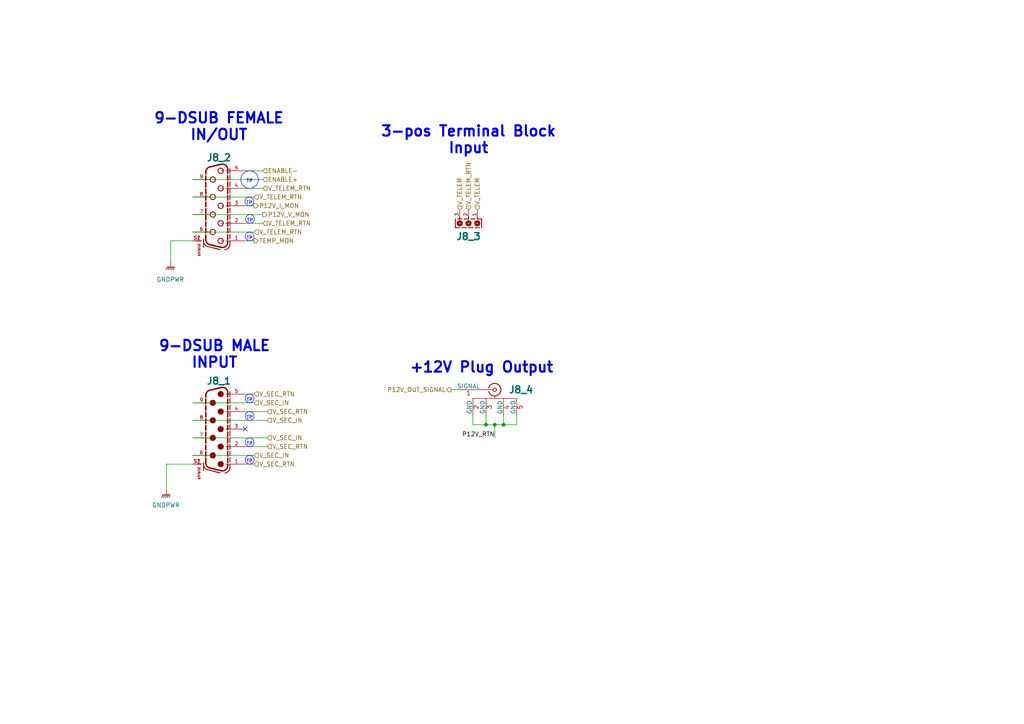
<source format=kicad_sch>
(kicad_sch
	(version 20250114)
	(generator "eeschema")
	(generator_version "9.0")
	(uuid "effedda3-8c92-4ccc-81db-3e52cfecf4a4")
	(paper "A4")
	(lib_symbols
		(symbol "6180XX231121_618009231121_1"
			(pin_names
				(offset 1.016)
			)
			(exclude_from_sim no)
			(in_bom yes)
			(on_board yes)
			(property "Reference" "J"
				(at 13.78 1.66 0)
				(effects
					(font
						(size 1.27 1.27)
					)
					(justify left bottom)
				)
			)
			(property "Value" "618009231121"
				(at 0 0 0)
				(effects
					(font
						(size 1.27 1.27)
					)
					(justify bottom)
					(hide yes)
				)
			)
			(property "Footprint" "6180XX231121_618009231121:618009231121"
				(at 0 0 0)
				(effects
					(font
						(size 1.27 1.27)
					)
					(justify bottom)
					(hide yes)
				)
			)
			(property "Datasheet" "https://www.we-online.com/components/products/datasheet/618009231121.pdf"
				(at 0 0 0)
				(effects
					(font
						(size 1.27 1.27)
					)
					(hide yes)
				)
			)
			(property "Description" "9 Position D-Sub Receptacle, Female Sockets Connector"
				(at 0 0 0)
				(effects
					(font
						(size 1.27 1.27)
					)
					(hide yes)
				)
			)
			(property "Manufacturer" "Wurth Elektronik"
				(at 0 0 0)
				(effects
					(font
						(size 1.27 1.27)
					)
					(justify bottom)
					(hide yes)
				)
			)
			(property "Man. Part Num" "618009231121"
				(at 0 0 0)
				(effects
					(font
						(size 1.27 1.27)
					)
					(justify bottom)
					(hide yes)
				)
			)
			(property "Gender" "Female"
				(at 0 0 0)
				(effects
					(font
						(size 1.27 1.27)
					)
					(justify bottom)
					(hide yes)
				)
			)
			(property "Part Type" "Through Hole"
				(at 0 0 0)
				(effects
					(font
						(size 1.27 1.27)
					)
					(hide yes)
				)
			)
			(property "Voltage Rating" "125 VAC"
				(at 0 0 0)
				(effects
					(font
						(size 1.27 1.27)
					)
					(justify bottom)
					(hide yes)
				)
			)
			(property "Distributor" "Digi-Key"
				(at 0 0 0)
				(effects
					(font
						(size 1.27 1.27)
					)
					(hide yes)
				)
			)
			(property "Dist. Part Num" "732-618009231121-ND"
				(at 0 0 0)
				(effects
					(font
						(size 1.27 1.27)
					)
					(hide yes)
				)
			)
			(property "Dist. URL" "https://www.digikey.com/en/products/detail/w%C3%BCrth-elektronik/618009231121/10484687?s=N4IgTCBcDaIOwGYwFoBsBGAHABmwTjAXXTHWQDkAREAXQF8g"
				(at 0 0 0)
				(effects
					(font
						(size 1.27 1.27)
					)
					(hide yes)
				)
			)
			(property "ki_keywords" "9 Position D-Sub Receptacle, Female Sockets Connector"
				(at 0 0 0)
				(effects
					(font
						(size 1.27 1.27)
					)
					(hide yes)
				)
			)
			(symbol "6180XX231121_618009231121_1_0_0"
				(polyline
					(pts
						(xy -11.7108 -0.8009) (xy -12.0642 0.6952)
					)
					(stroke
						(width 0.4064)
						(type default)
					)
					(fill
						(type none)
					)
				)
				(polyline
					(pts
						(xy -11.2729 -2.6548) (xy -11.9182 0.0772)
					)
					(stroke
						(width 0.4064)
						(type default)
					)
					(fill
						(type none)
					)
				)
				(polyline
					(pts
						(xy -10.795 3.175) (xy -9.4305 3.175)
					)
					(stroke
						(width 0.254)
						(type default)
					)
					(fill
						(type none)
					)
				)
				(polyline
					(pts
						(xy -10.6044 2.54) (xy -9.3113 2.54)
					)
					(stroke
						(width 0.4064)
						(type default)
					)
					(fill
						(type none)
					)
				)
				(arc
					(start -12.0642 0.6952)
					(mid -11.7806 1.9708)
					(end -10.6044 2.54)
					(stroke
						(width 0.4064)
						(type default)
					)
					(fill
						(type none)
					)
				)
				(polyline
					(pts
						(xy -10.16 2.58) (xy -10.16 1.935)
					)
					(stroke
						(width 0.1524)
						(type default)
					)
					(fill
						(type none)
					)
				)
				(polyline
					(pts
						(xy -10.16 0.675) (xy -10.16 1.3)
					)
					(stroke
						(width 0.1524)
						(type default)
					)
					(fill
						(type none)
					)
				)
				(circle
					(center -10.16 0.508)
					(radius 0.762)
					(stroke
						(width 0.254)
						(type default)
					)
					(fill
						(type none)
					)
				)
				(arc
					(start -9.8131 -3.81)
					(mid -10.7439 -3.4862)
					(end -11.2729 -2.6548)
					(stroke
						(width 0.4064)
						(type default)
					)
					(fill
						(type none)
					)
				)
				(polyline
					(pts
						(xy -9.237 -3.81) (xy -9.8131 -3.81)
					)
					(stroke
						(width 0.4064)
						(type default)
					)
					(fill
						(type none)
					)
				)
				(polyline
					(pts
						(xy -8.89 3.175) (xy -7.5255 3.175)
					)
					(stroke
						(width 0.254)
						(type default)
					)
					(fill
						(type none)
					)
				)
				(polyline
					(pts
						(xy -8.6994 2.54) (xy -7.4063 2.54)
					)
					(stroke
						(width 0.4064)
						(type default)
					)
					(fill
						(type none)
					)
				)
				(circle
					(center -7.62 -1.778)
					(radius 0.762)
					(stroke
						(width 0.254)
						(type default)
					)
					(fill
						(type none)
					)
				)
				(polyline
					(pts
						(xy -7.332 -3.81) (xy -8.6596 -3.81)
					)
					(stroke
						(width 0.4064)
						(type default)
					)
					(fill
						(type none)
					)
				)
				(polyline
					(pts
						(xy -6.985 3.175) (xy -5.6205 3.175)
					)
					(stroke
						(width 0.254)
						(type default)
					)
					(fill
						(type none)
					)
				)
				(polyline
					(pts
						(xy -6.7944 2.54) (xy -5.5013 2.54)
					)
					(stroke
						(width 0.4064)
						(type default)
					)
					(fill
						(type none)
					)
				)
				(polyline
					(pts
						(xy -5.427 -3.81) (xy -6.7546 -3.81)
					)
					(stroke
						(width 0.4064)
						(type default)
					)
					(fill
						(type none)
					)
				)
				(polyline
					(pts
						(xy -5.08 3.175) (xy -3.7155 3.175)
					)
					(stroke
						(width 0.254)
						(type default)
					)
					(fill
						(type none)
					)
				)
				(polyline
					(pts
						(xy -5.08 2.58) (xy -5.08 1.935)
					)
					(stroke
						(width 0.1524)
						(type default)
					)
					(fill
						(type none)
					)
				)
				(polyline
					(pts
						(xy -5.08 0.675) (xy -5.08 1.3)
					)
					(stroke
						(width 0.1524)
						(type default)
					)
					(fill
						(type none)
					)
				)
				(circle
					(center -5.08 0.508)
					(radius 0.762)
					(stroke
						(width 0.254)
						(type default)
					)
					(fill
						(type none)
					)
				)
				(polyline
					(pts
						(xy -4.8894 2.54) (xy -3.5963 2.54)
					)
					(stroke
						(width 0.4064)
						(type default)
					)
					(fill
						(type none)
					)
				)
				(polyline
					(pts
						(xy -3.522 -3.81) (xy -4.8496 -3.81)
					)
					(stroke
						(width 0.4064)
						(type default)
					)
					(fill
						(type none)
					)
				)
				(polyline
					(pts
						(xy -3.175 3.175) (xy -1.8105 3.175)
					)
					(stroke
						(width 0.254)
						(type default)
					)
					(fill
						(type none)
					)
				)
				(polyline
					(pts
						(xy -2.9844 2.54) (xy -1.6913 2.54)
					)
					(stroke
						(width 0.4064)
						(type default)
					)
					(fill
						(type none)
					)
				)
				(circle
					(center -2.54 -1.778)
					(radius 0.762)
					(stroke
						(width 0.254)
						(type default)
					)
					(fill
						(type none)
					)
				)
				(polyline
					(pts
						(xy -1.617 -3.81) (xy -2.9446 -3.81)
					)
					(stroke
						(width 0.4064)
						(type default)
					)
					(fill
						(type none)
					)
				)
				(polyline
					(pts
						(xy -1.27 3.175) (xy 0.0945 3.175)
					)
					(stroke
						(width 0.254)
						(type default)
					)
					(fill
						(type none)
					)
				)
				(polyline
					(pts
						(xy -1.0794 2.54) (xy 0.2137 2.54)
					)
					(stroke
						(width 0.4064)
						(type default)
					)
					(fill
						(type none)
					)
				)
				(polyline
					(pts
						(xy 0 2.58) (xy 0 1.935)
					)
					(stroke
						(width 0.1524)
						(type default)
					)
					(fill
						(type none)
					)
				)
				(polyline
					(pts
						(xy 0 0.675) (xy 0 1.3)
					)
					(stroke
						(width 0.1524)
						(type default)
					)
					(fill
						(type none)
					)
				)
				(circle
					(center 0 0.508)
					(radius 0.762)
					(stroke
						(width 0.254)
						(type default)
					)
					(fill
						(type none)
					)
				)
				(polyline
					(pts
						(xy 0.288 -3.81) (xy -1.0396 -3.81)
					)
					(stroke
						(width 0.4064)
						(type default)
					)
					(fill
						(type none)
					)
				)
				(polyline
					(pts
						(xy 0.635 3.175) (xy 1.9996 3.175)
					)
					(stroke
						(width 0.254)
						(type default)
					)
					(fill
						(type none)
					)
				)
				(polyline
					(pts
						(xy 0.8256 2.54) (xy 2.1187 2.54)
					)
					(stroke
						(width 0.4064)
						(type default)
					)
					(fill
						(type none)
					)
				)
				(polyline
					(pts
						(xy 2.1931 -3.81) (xy 0.8654 -3.81)
					)
					(stroke
						(width 0.4064)
						(type default)
					)
					(fill
						(type none)
					)
				)
				(polyline
					(pts
						(xy 2.54 3.175) (xy 3.9046 3.175)
					)
					(stroke
						(width 0.254)
						(type default)
					)
					(fill
						(type none)
					)
				)
				(circle
					(center 2.54 -1.778)
					(radius 0.762)
					(stroke
						(width 0.254)
						(type default)
					)
					(fill
						(type none)
					)
				)
				(polyline
					(pts
						(xy 2.7306 2.54) (xy 4.0237 2.54)
					)
					(stroke
						(width 0.4064)
						(type default)
					)
					(fill
						(type none)
					)
				)
				(polyline
					(pts
						(xy 4.0981 -3.81) (xy 2.7704 -3.81)
					)
					(stroke
						(width 0.4064)
						(type default)
					)
					(fill
						(type none)
					)
				)
				(polyline
					(pts
						(xy 4.445 3.175) (xy 5.8096 3.175)
					)
					(stroke
						(width 0.254)
						(type default)
					)
					(fill
						(type none)
					)
				)
				(polyline
					(pts
						(xy 4.6356 2.54) (xy 5.9287 2.54)
					)
					(stroke
						(width 0.4064)
						(type default)
					)
					(fill
						(type none)
					)
				)
				(polyline
					(pts
						(xy 5.08 2.58) (xy 5.08 1.935)
					)
					(stroke
						(width 0.1524)
						(type default)
					)
					(fill
						(type none)
					)
				)
				(polyline
					(pts
						(xy 5.08 0.675) (xy 5.08 1.3)
					)
					(stroke
						(width 0.1524)
						(type default)
					)
					(fill
						(type none)
					)
				)
				(circle
					(center 5.08 0.508)
					(radius 0.762)
					(stroke
						(width 0.254)
						(type default)
					)
					(fill
						(type none)
					)
				)
				(polyline
					(pts
						(xy 6.0031 -3.81) (xy 4.6754 -3.81)
					)
					(stroke
						(width 0.4064)
						(type default)
					)
					(fill
						(type none)
					)
				)
				(polyline
					(pts
						(xy 6.35 3.175) (xy 7.7146 3.175)
					)
					(stroke
						(width 0.254)
						(type default)
					)
					(fill
						(type none)
					)
				)
				(polyline
					(pts
						(xy 6.5406 2.54) (xy 7.8337 2.54)
					)
					(stroke
						(width 0.4064)
						(type default)
					)
					(fill
						(type none)
					)
				)
				(circle
					(center 7.62 -1.778)
					(radius 0.762)
					(stroke
						(width 0.254)
						(type default)
					)
					(fill
						(type none)
					)
				)
				(polyline
					(pts
						(xy 7.9081 -3.81) (xy 6.5804 -3.81)
					)
					(stroke
						(width 0.4064)
						(type default)
					)
					(fill
						(type none)
					)
				)
				(polyline
					(pts
						(xy 8.255 3.175) (xy 9.6196 3.175)
					)
					(stroke
						(width 0.254)
						(type default)
					)
					(fill
						(type none)
					)
				)
				(polyline
					(pts
						(xy 8.4456 2.54) (xy 9.7387 2.54)
					)
					(stroke
						(width 0.4064)
						(type default)
					)
					(fill
						(type none)
					)
				)
				(arc
					(start 11.2729 -2.6548)
					(mid 10.7439 -3.4863)
					(end 9.8131 -3.81)
					(stroke
						(width 0.4064)
						(type default)
					)
					(fill
						(type none)
					)
				)
				(polyline
					(pts
						(xy 9.8131 -3.81) (xy 8.4854 -3.81)
					)
					(stroke
						(width 0.4064)
						(type default)
					)
					(fill
						(type none)
					)
				)
				(polyline
					(pts
						(xy 10.16 3.175) (xy 11.2 3.175)
					)
					(stroke
						(width 0.254)
						(type default)
					)
					(fill
						(type none)
					)
				)
				(polyline
					(pts
						(xy 10.16 2.58) (xy 10.16 1.935)
					)
					(stroke
						(width 0.1524)
						(type default)
					)
					(fill
						(type none)
					)
				)
				(polyline
					(pts
						(xy 10.16 0.675) (xy 10.16 1.3)
					)
					(stroke
						(width 0.1524)
						(type default)
					)
					(fill
						(type none)
					)
				)
				(circle
					(center 10.16 0.508)
					(radius 0.762)
					(stroke
						(width 0.254)
						(type default)
					)
					(fill
						(type none)
					)
				)
				(polyline
					(pts
						(xy 10.16 -4.445) (xy 10.16 -4.445)
					)
					(stroke
						(width 0.254)
						(type default)
					)
					(fill
						(type none)
					)
				)
				(polyline
					(pts
						(xy 10.16 -6.35) (xy 10.16 -5.08)
					)
					(stroke
						(width 0.254)
						(type default)
					)
					(fill
						(type none)
					)
				)
				(polyline
					(pts
						(xy 10.2 -4.44) (xy 9.6938 -4.44)
					)
					(stroke
						(width 0.254)
						(type default)
					)
					(fill
						(type none)
					)
				)
				(arc
					(start 11.7841 -3.3038)
					(mid 11.2519 -4.1219)
					(end 10.3288 -4.44)
					(stroke
						(width 0.254)
						(type default)
					)
					(fill
						(type none)
					)
				)
				(polyline
					(pts
						(xy 10.3506 2.54) (xy 10.6044 2.54)
					)
					(stroke
						(width 0.4064)
						(type default)
					)
					(fill
						(type none)
					)
				)
				(arc
					(start 10.6044 2.54)
					(mid 11.7804 1.9707)
					(end 12.0642 0.6952)
					(stroke
						(width 0.4064)
						(type default)
					)
					(fill
						(type none)
					)
				)
				(arc
					(start 11.2 3.175)
					(mid 12.2607 2.7357)
					(end 12.7 1.675)
					(stroke
						(width 0.254)
						(type default)
					)
					(fill
						(type none)
					)
				)
				(polyline
					(pts
						(xy 11.6263 -1.1588) (xy 11.2729 -2.6548)
					)
					(stroke
						(width 0.4064)
						(type default)
					)
					(fill
						(type none)
					)
				)
				(polyline
					(pts
						(xy 11.7841 -3.3038) (xy 12.546 -0.256)
					)
					(stroke
						(width 0.254)
						(type default)
					)
					(fill
						(type none)
					)
				)
				(polyline
					(pts
						(xy 12.0642 0.6952) (xy 11.4189 -2.0369)
					)
					(stroke
						(width 0.4064)
						(type default)
					)
					(fill
						(type none)
					)
				)
				(polyline
					(pts
						(xy 12.105 -4.44) (xy 10.3288 -4.44)
					)
					(stroke
						(width 0.254)
						(type default)
					)
					(fill
						(type none)
					)
				)
				(polyline
					(pts
						(xy 12.2461 -1.4557) (xy 12.7 0.36)
					)
					(stroke
						(width 0.254)
						(type default)
					)
					(fill
						(type none)
					)
				)
				(text "shield"
					(at 10.9 -5.32 0)
					(effects
						(font
							(size 0.8128 0.8128)
						)
						(justify left bottom)
					)
				)
				(pin bidirectional line
					(at -10.16 7.62 270)
					(length 5.08)
					(name "~"
						(effects
							(font
								(size 1.016 1.016)
							)
						)
					)
					(number "5"
						(effects
							(font
								(size 1.016 1.016)
							)
						)
					)
				)
				(pin bidirectional line
					(at -7.62 -7.62 90)
					(length 5.08)
					(name "~"
						(effects
							(font
								(size 1.016 1.016)
							)
						)
					)
					(number "9"
						(effects
							(font
								(size 1.016 1.016)
							)
						)
					)
				)
				(pin bidirectional line
					(at -5.08 7.62 270)
					(length 5.08)
					(name "~"
						(effects
							(font
								(size 1.016 1.016)
							)
						)
					)
					(number "4"
						(effects
							(font
								(size 1.016 1.016)
							)
						)
					)
				)
				(pin bidirectional line
					(at -2.54 -7.62 90)
					(length 5.08)
					(name "~"
						(effects
							(font
								(size 1.016 1.016)
							)
						)
					)
					(number "8"
						(effects
							(font
								(size 1.016 1.016)
							)
						)
					)
				)
				(pin bidirectional line
					(at 0 7.62 270)
					(length 5.08)
					(name "~"
						(effects
							(font
								(size 1.016 1.016)
							)
						)
					)
					(number "3"
						(effects
							(font
								(size 1.016 1.016)
							)
						)
					)
				)
				(pin bidirectional line
					(at 2.54 -7.62 90)
					(length 5.08)
					(name "~"
						(effects
							(font
								(size 1.016 1.016)
							)
						)
					)
					(number "7"
						(effects
							(font
								(size 1.016 1.016)
							)
						)
					)
				)
				(pin bidirectional line
					(at 5.08 7.62 270)
					(length 5.08)
					(name "~"
						(effects
							(font
								(size 1.016 1.016)
							)
						)
					)
					(number "2"
						(effects
							(font
								(size 1.016 1.016)
							)
						)
					)
				)
				(pin bidirectional line
					(at 10.16 7.62 270)
					(length 5.08)
					(name "~"
						(effects
							(font
								(size 1.016 1.016)
							)
						)
					)
					(number "1"
						(effects
							(font
								(size 1.016 1.016)
							)
						)
					)
				)
				(pin bidirectional line
					(at 10.16 -7.62 90)
					(length 2.54)
					(name "~"
						(effects
							(font
								(size 1.016 1.016)
							)
						)
					)
					(number "S2"
						(effects
							(font
								(size 1.016 1.016)
							)
						)
					)
				)
			)
			(symbol "6180XX231121_618009231121_1_1_0"
				(pin bidirectional line
					(at 7.62 -7.62 90)
					(length 5.08)
					(name "~"
						(effects
							(font
								(size 1.016 1.016)
							)
						)
					)
					(number "6"
						(effects
							(font
								(size 1.016 1.016)
							)
						)
					)
				)
				(pin bidirectional line
					(at 10.16 -7.62 90)
					(length 2.54)
					(name "~"
						(effects
							(font
								(size 1.016 1.016)
							)
						)
					)
					(number "S1"
						(effects
							(font
								(size 1.016 1.016)
							)
						)
					)
				)
			)
			(embedded_fonts no)
		)
		(symbol "Adam_Tech:RF2-49B-T-00-50-G-HDW"
			(pin_names
				(offset 0)
			)
			(exclude_from_sim no)
			(in_bom yes)
			(on_board yes)
			(property "Reference" "J"
				(at 14.732 20.32 0)
				(effects
					(font
						(size 1.524 1.524)
					)
				)
			)
			(property "Value" "RF2-49B-T-00-50-G-HDW"
				(at 18.542 23.368 0)
				(effects
					(font
						(size 1.524 1.524)
					)
					(hide yes)
				)
			)
			(property "Footprint" "Adam_Tech:CONN_RF2-49B-T-00-50-G-HDW_ADM"
				(at 12.7 2.794 0)
				(effects
					(font
						(size 1.27 1.27)
						(italic yes)
					)
					(hide yes)
				)
			)
			(property "Datasheet" "https://app.adam-tech.com/products/download/data_sheet/219119/rf2-49b-t-00-50-g-hdw-data-sheet.pdf"
				(at 10.922 0.762 0)
				(effects
					(font
						(size 1.27 1.27)
						(italic yes)
					)
					(hide yes)
				)
			)
			(property "Description" "SMA Connector Jack, Female Socket 50 Ohms Through Hole, Right Angle Solder (Voltage Rating = 335V)"
				(at 6.35 17.78 0)
				(effects
					(font
						(size 1.27 1.27)
					)
					(hide yes)
				)
			)
			(property "Manufacturer" "Adam Tech"
				(at 0 0 0)
				(effects
					(font
						(size 1.27 1.27)
					)
					(hide yes)
				)
			)
			(property "Man. Part Num" "RF2-49B-T-00-50-G-HDW"
				(at 0 0 0)
				(effects
					(font
						(size 1.27 1.27)
					)
					(hide yes)
				)
			)
			(property "Distributor" "Mouser"
				(at 0 0 0)
				(effects
					(font
						(size 1.27 1.27)
					)
					(hide yes)
				)
			)
			(property "Dist. Part Num" "737-RF249BT0050GHDW"
				(at 0 0 0)
				(effects
					(font
						(size 1.27 1.27)
					)
					(hide yes)
				)
			)
			(property "Part Type" "Through Hole"
				(at 0 0 0)
				(effects
					(font
						(size 1.27 1.27)
					)
					(hide yes)
				)
			)
			(property "Package" "SMA"
				(at 0 0 0)
				(effects
					(font
						(size 1.27 1.27)
					)
					(hide yes)
				)
			)
			(property "Notes" ""
				(at 0 0 0)
				(effects
					(font
						(size 1.27 1.27)
					)
					(hide yes)
				)
			)
			(property "ki_keywords" "RF2-49B-T-00-50-G-HDW"
				(at 0 0 0)
				(effects
					(font
						(size 1.27 1.27)
					)
					(hide yes)
				)
			)
			(property "ki_fp_filters" "CONN_RF2-49B-T-00-50-G-HDW_ADM"
				(at 0 0 0)
				(effects
					(font
						(size 1.27 1.27)
					)
					(hide yes)
				)
			)
			(symbol "RF2-49B-T-00-50-G-HDW_0_1"
				(polyline
					(pts
						(xy 11.43 13.97) (xy 24.13 13.97)
					)
					(stroke
						(width 0)
						(type default)
					)
					(fill
						(type none)
					)
				)
				(polyline
					(pts
						(xy 15.24 16.51) (xy 12.7 16.51)
					)
					(stroke
						(width 0)
						(type default)
					)
					(fill
						(type none)
					)
				)
				(polyline
					(pts
						(xy 15.24 16.51) (xy 17.272 16.51)
					)
					(stroke
						(width 0)
						(type default)
					)
					(fill
						(type none)
					)
				)
				(arc
					(start 16.002 17.018)
					(mid 18.0023 18.3184)
					(end 19.558 16.51)
					(stroke
						(width 0.254)
						(type default)
					)
					(fill
						(type none)
					)
				)
				(arc
					(start 19.558 16.51)
					(mid 18.0022 14.7022)
					(end 16.002 16.002)
					(stroke
						(width 0.254)
						(type default)
					)
					(fill
						(type none)
					)
				)
				(circle
					(center 17.78 16.51)
					(radius 0.508)
					(stroke
						(width 0.2032)
						(type default)
					)
					(fill
						(type none)
					)
				)
				(polyline
					(pts
						(xy 17.78 13.97) (xy 17.78 14.732)
					)
					(stroke
						(width 0)
						(type default)
					)
					(fill
						(type none)
					)
				)
			)
			(symbol "RF2-49B-T-00-50-G-HDW_1_1"
				(pin unspecified line
					(at 7.62 16.51 0)
					(length 5.08)
					(name "SIGNAL"
						(effects
							(font
								(size 1.27 1.27)
							)
						)
					)
					(number "1"
						(effects
							(font
								(size 1.27 1.27)
							)
						)
					)
				)
				(pin power_in line
					(at 11.43 8.89 90)
					(length 5.08)
					(name "GND"
						(effects
							(font
								(size 1.27 1.27)
							)
						)
					)
					(number "2"
						(effects
							(font
								(size 1.27 1.27)
							)
						)
					)
				)
				(pin power_in line
					(at 15.24 8.89 90)
					(length 5.08)
					(name "GND"
						(effects
							(font
								(size 1.27 1.27)
							)
						)
					)
					(number "3"
						(effects
							(font
								(size 1.27 1.27)
							)
						)
					)
				)
				(pin power_in line
					(at 20.32 8.89 90)
					(length 5.08)
					(name "GND"
						(effects
							(font
								(size 1.27 1.27)
							)
						)
					)
					(number "4"
						(effects
							(font
								(size 1.27 1.27)
							)
						)
					)
				)
				(pin power_in line
					(at 24.13 8.89 90)
					(length 5.08)
					(name "GND"
						(effects
							(font
								(size 1.27 1.27)
							)
						)
					)
					(number "5"
						(effects
							(font
								(size 1.27 1.27)
							)
						)
					)
				)
			)
			(symbol "RF2-49B-T-00-50-G-HDW_1_2"
				(polyline
					(pts
						(xy 5.08 2.54) (xy 5.08 -12.7)
					)
					(stroke
						(width 0.127)
						(type default)
					)
					(fill
						(type none)
					)
				)
				(polyline
					(pts
						(xy 5.08 -12.7) (xy 12.7 -12.7)
					)
					(stroke
						(width 0.127)
						(type default)
					)
					(fill
						(type none)
					)
				)
				(polyline
					(pts
						(xy 7.62 0) (xy 5.08 0)
					)
					(stroke
						(width 0.127)
						(type default)
					)
					(fill
						(type none)
					)
				)
				(polyline
					(pts
						(xy 7.62 0) (xy 8.89 0.8467)
					)
					(stroke
						(width 0.127)
						(type default)
					)
					(fill
						(type none)
					)
				)
				(polyline
					(pts
						(xy 7.62 0) (xy 8.89 -0.8467)
					)
					(stroke
						(width 0.127)
						(type default)
					)
					(fill
						(type none)
					)
				)
				(polyline
					(pts
						(xy 7.62 -2.54) (xy 5.08 -2.54)
					)
					(stroke
						(width 0.127)
						(type default)
					)
					(fill
						(type none)
					)
				)
				(polyline
					(pts
						(xy 7.62 -2.54) (xy 8.89 -1.6933)
					)
					(stroke
						(width 0.127)
						(type default)
					)
					(fill
						(type none)
					)
				)
				(polyline
					(pts
						(xy 7.62 -2.54) (xy 8.89 -3.3867)
					)
					(stroke
						(width 0.127)
						(type default)
					)
					(fill
						(type none)
					)
				)
				(polyline
					(pts
						(xy 7.62 -5.08) (xy 5.08 -5.08)
					)
					(stroke
						(width 0.127)
						(type default)
					)
					(fill
						(type none)
					)
				)
				(polyline
					(pts
						(xy 7.62 -5.08) (xy 8.89 -4.2333)
					)
					(stroke
						(width 0.127)
						(type default)
					)
					(fill
						(type none)
					)
				)
				(polyline
					(pts
						(xy 7.62 -5.08) (xy 8.89 -5.9267)
					)
					(stroke
						(width 0.127)
						(type default)
					)
					(fill
						(type none)
					)
				)
				(polyline
					(pts
						(xy 7.62 -7.62) (xy 5.08 -7.62)
					)
					(stroke
						(width 0.127)
						(type default)
					)
					(fill
						(type none)
					)
				)
				(polyline
					(pts
						(xy 7.62 -7.62) (xy 8.89 -6.7733)
					)
					(stroke
						(width 0.127)
						(type default)
					)
					(fill
						(type none)
					)
				)
				(polyline
					(pts
						(xy 7.62 -7.62) (xy 8.89 -8.4667)
					)
					(stroke
						(width 0.127)
						(type default)
					)
					(fill
						(type none)
					)
				)
				(polyline
					(pts
						(xy 7.62 -10.16) (xy 5.08 -10.16)
					)
					(stroke
						(width 0.127)
						(type default)
					)
					(fill
						(type none)
					)
				)
				(polyline
					(pts
						(xy 7.62 -10.16) (xy 8.89 -9.3133)
					)
					(stroke
						(width 0.127)
						(type default)
					)
					(fill
						(type none)
					)
				)
				(polyline
					(pts
						(xy 7.62 -10.16) (xy 8.89 -11.0067)
					)
					(stroke
						(width 0.127)
						(type default)
					)
					(fill
						(type none)
					)
				)
				(polyline
					(pts
						(xy 12.7 2.54) (xy 5.08 2.54)
					)
					(stroke
						(width 0.127)
						(type default)
					)
					(fill
						(type none)
					)
				)
				(polyline
					(pts
						(xy 12.7 -12.7) (xy 12.7 2.54)
					)
					(stroke
						(width 0.127)
						(type default)
					)
					(fill
						(type none)
					)
				)
				(pin unspecified line
					(at 0 0 0)
					(length 5.08)
					(name "SIGNAL"
						(effects
							(font
								(size 1.27 1.27)
							)
						)
					)
					(number "1"
						(effects
							(font
								(size 1.27 1.27)
							)
						)
					)
				)
				(pin unspecified line
					(at 0 -2.54 0)
					(length 5.08)
					(name "GND"
						(effects
							(font
								(size 1.27 1.27)
							)
						)
					)
					(number "2"
						(effects
							(font
								(size 1.27 1.27)
							)
						)
					)
				)
				(pin unspecified line
					(at 0 -5.08 0)
					(length 5.08)
					(name "GND"
						(effects
							(font
								(size 1.27 1.27)
							)
						)
					)
					(number "3"
						(effects
							(font
								(size 1.27 1.27)
							)
						)
					)
				)
				(pin unspecified line
					(at 0 -7.62 0)
					(length 5.08)
					(name "GND"
						(effects
							(font
								(size 1.27 1.27)
							)
						)
					)
					(number "4"
						(effects
							(font
								(size 1.27 1.27)
							)
						)
					)
				)
				(pin unspecified line
					(at 0 -10.16 0)
					(length 5.08)
					(name "GND"
						(effects
							(font
								(size 1.27 1.27)
							)
						)
					)
					(number "5"
						(effects
							(font
								(size 1.27 1.27)
							)
						)
					)
				)
			)
			(embedded_fonts no)
		)
		(symbol "Wurth Elektronik:691322310003"
			(pin_names
				(offset 1.016)
			)
			(exclude_from_sim no)
			(in_bom yes)
			(on_board yes)
			(property "Reference" "J"
				(at -4.99 -1.205 0)
				(effects
					(font
						(size 1.27 1.27)
					)
					(justify right bottom)
				)
			)
			(property "Value" "691322310003"
				(at 0 0 0)
				(effects
					(font
						(size 1.27 1.27)
					)
					(justify bottom)
					(hide yes)
				)
			)
			(property "Footprint" "691322310003:691322310003"
				(at 0 0 0)
				(effects
					(font
						(size 1.27 1.27)
					)
					(justify bottom)
					(hide yes)
				)
			)
			(property "Datasheet" "https://www.we-online.com/components/products/datasheet/6913223100xx.pdf"
				(at 0 0 0)
				(effects
					(font
						(size 1.27 1.27)
					)
					(hide yes)
				)
			)
			(property "Description" "3 Position Terminal Block Header, Male Pins, Shrouded (4 Side) 0.150\" (3.81mm) 90°, Right Angle Through Hole"
				(at 0 0 0)
				(effects
					(font
						(size 1.27 1.27)
					)
					(hide yes)
				)
			)
			(property "Manufacturer" "Würth Elektronik"
				(at 0 0 0)
				(effects
					(font
						(size 1.27 1.27)
					)
					(justify bottom)
					(hide yes)
				)
			)
			(property "Package" "-"
				(at 0 0 0)
				(effects
					(font
						(size 1.27 1.27)
					)
					(justify bottom)
					(hide yes)
				)
			)
			(property "Part Type" "Through Hole"
				(at 0 0 0)
				(effects
					(font
						(size 1.27 1.27)
					)
					(justify bottom)
					(hide yes)
				)
			)
			(property "IR-VDE" "10.5A"
				(at 0 0 0)
				(effects
					(font
						(size 1.27 1.27)
					)
					(justify bottom)
					(hide yes)
				)
			)
			(property "IR-UL" "10A"
				(at 0 0 0)
				(effects
					(font
						(size 1.27 1.27)
					)
					(justify bottom)
					(hide yes)
				)
			)
			(property "WORKING-VOLTAGE-UL" "300V (AC)"
				(at 0 0 0)
				(effects
					(font
						(size 1.27 1.27)
					)
					(justify bottom)
					(hide yes)
				)
			)
			(property "Man. Part Num" "691322310003"
				(at 0 0 0)
				(effects
					(font
						(size 1.27 1.27)
					)
					(justify bottom)
					(hide yes)
				)
			)
			(property "Distributor" "Digi-Key"
				(at 0 0 0)
				(effects
					(font
						(size 1.27 1.27)
					)
					(justify bottom)
					(hide yes)
				)
			)
			(property "PITCH" "3.81mm"
				(at 0 0 0)
				(effects
					(font
						(size 1.27 1.27)
					)
					(justify bottom)
					(hide yes)
				)
			)
			(property "PINS" "3"
				(at 0 0 0)
				(effects
					(font
						(size 1.27 1.27)
					)
					(justify bottom)
					(hide yes)
				)
			)
			(property "WORKING-VOLTAGE-VDE" "300V (AC)"
				(at 0 0 0)
				(effects
					(font
						(size 1.27 1.27)
					)
					(justify bottom)
					(hide yes)
				)
			)
			(property "Dist. Part Num" "732-2089-ND"
				(at 0 0 0)
				(effects
					(font
						(size 1.27 1.27)
					)
					(hide yes)
				)
			)
			(property "Notes" "-"
				(at 0 0 0)
				(effects
					(font
						(size 1.27 1.27)
					)
					(hide yes)
				)
			)
			(symbol "691322310003_0_0"
				(polyline
					(pts
						(xy -3.81 0) (xy -3.81 0)
					)
					(stroke
						(width 0.254)
						(type default)
					)
					(fill
						(type none)
					)
				)
				(polyline
					(pts
						(xy -3.81 0) (xy -3.81 -1.905)
					)
					(stroke
						(width 0.254)
						(type default)
					)
					(fill
						(type none)
					)
				)
				(polyline
					(pts
						(xy -3.81 -1.905) (xy -3.81 -2.54)
					)
					(stroke
						(width 0.254)
						(type default)
					)
					(fill
						(type none)
					)
				)
				(polyline
					(pts
						(xy -3.81 -2.54) (xy -2.54 -2.54)
					)
					(stroke
						(width 0.254)
						(type default)
					)
					(fill
						(type none)
					)
				)
				(circle
					(center -2.54 -1.27)
					(radius 0.254)
					(stroke
						(width 0.635)
						(type default)
					)
					(fill
						(type none)
					)
				)
				(polyline
					(pts
						(xy -2.54 -1.27) (xy -2.54 -1.905)
					)
					(stroke
						(width 0.254)
						(type default)
					)
					(fill
						(type none)
					)
				)
				(polyline
					(pts
						(xy -2.54 -3.175) (xy -2.54 -2.54)
					)
					(stroke
						(width 0.254)
						(type default)
					)
					(fill
						(type none)
					)
				)
				(polyline
					(pts
						(xy -1.905 0) (xy -3.175 0)
					)
					(stroke
						(width 0.254)
						(type default)
					)
					(fill
						(type none)
					)
				)
				(polyline
					(pts
						(xy -1.905 -2.54) (xy -0.635 -2.54)
					)
					(stroke
						(width 0.254)
						(type default)
					)
					(fill
						(type none)
					)
				)
				(polyline
					(pts
						(xy 0 0) (xy -1.27 0)
					)
					(stroke
						(width 0.254)
						(type default)
					)
					(fill
						(type none)
					)
				)
				(polyline
					(pts
						(xy 0 -1.27) (xy 0 -1.905)
					)
					(stroke
						(width 0.254)
						(type default)
					)
					(fill
						(type none)
					)
				)
				(circle
					(center 0 -1.27)
					(radius 0.254)
					(stroke
						(width 0.635)
						(type default)
					)
					(fill
						(type none)
					)
				)
				(polyline
					(pts
						(xy 0 -2.54) (xy 1.27 -2.54)
					)
					(stroke
						(width 0.254)
						(type default)
					)
					(fill
						(type none)
					)
				)
				(polyline
					(pts
						(xy 0 -3.175) (xy 0 -2.54)
					)
					(stroke
						(width 0.254)
						(type default)
					)
					(fill
						(type none)
					)
				)
				(polyline
					(pts
						(xy 1.905 0) (xy 0.635 0)
					)
					(stroke
						(width 0.254)
						(type default)
					)
					(fill
						(type none)
					)
				)
				(polyline
					(pts
						(xy 1.905 -2.54) (xy 3.175 -2.54)
					)
					(stroke
						(width 0.254)
						(type default)
					)
					(fill
						(type none)
					)
				)
				(polyline
					(pts
						(xy 2.54 -1.27) (xy 2.54 -1.905)
					)
					(stroke
						(width 0.254)
						(type default)
					)
					(fill
						(type none)
					)
				)
				(circle
					(center 2.54 -1.27)
					(radius 0.254)
					(stroke
						(width 0.635)
						(type default)
					)
					(fill
						(type none)
					)
				)
				(polyline
					(pts
						(xy 2.54 -3.175) (xy 2.54 -2.54)
					)
					(stroke
						(width 0.254)
						(type default)
					)
					(fill
						(type none)
					)
				)
				(polyline
					(pts
						(xy 3.81 0) (xy 2.54 0)
					)
					(stroke
						(width 0.254)
						(type default)
					)
					(fill
						(type none)
					)
				)
				(polyline
					(pts
						(xy 3.81 -0.635) (xy 3.81 0)
					)
					(stroke
						(width 0.254)
						(type default)
					)
					(fill
						(type none)
					)
				)
				(polyline
					(pts
						(xy 3.81 -2.54) (xy 3.81 -0.635)
					)
					(stroke
						(width 0.254)
						(type default)
					)
					(fill
						(type none)
					)
				)
				(polyline
					(pts
						(xy 3.81 -2.54) (xy 3.81 -2.54)
					)
					(stroke
						(width 0.254)
						(type default)
					)
					(fill
						(type none)
					)
				)
				(pin passive line
					(at -2.54 -5.08 90)
					(length 2.54)
					(name "~"
						(effects
							(font
								(size 1.016 1.016)
							)
						)
					)
					(number "1"
						(effects
							(font
								(size 1.016 1.016)
							)
						)
					)
				)
				(pin passive line
					(at 0 -5.08 90)
					(length 2.54)
					(name "~"
						(effects
							(font
								(size 1.016 1.016)
							)
						)
					)
					(number "2"
						(effects
							(font
								(size 1.016 1.016)
							)
						)
					)
				)
				(pin passive line
					(at 2.54 -5.08 90)
					(length 2.54)
					(name "~"
						(effects
							(font
								(size 1.016 1.016)
							)
						)
					)
					(number "3"
						(effects
							(font
								(size 1.016 1.016)
							)
						)
					)
				)
			)
			(embedded_fonts no)
		)
		(symbol "Wurth_Elektronik:6180XX231121_618009231121"
			(pin_names
				(offset 1.016)
			)
			(exclude_from_sim no)
			(in_bom yes)
			(on_board yes)
			(property "Reference" "J"
				(at 13.78 1.66 0)
				(effects
					(font
						(size 1.27 1.27)
					)
					(justify left bottom)
				)
			)
			(property "Value" "618009231121"
				(at 0 0 0)
				(effects
					(font
						(size 1.27 1.27)
					)
					(justify bottom)
					(hide yes)
				)
			)
			(property "Footprint" "6180XX231121_618009231121:618009231121"
				(at 0 0 0)
				(effects
					(font
						(size 1.27 1.27)
					)
					(justify bottom)
					(hide yes)
				)
			)
			(property "Datasheet" "https://www.we-online.com/components/products/datasheet/618009231121.pdf"
				(at 0 0 0)
				(effects
					(font
						(size 1.27 1.27)
					)
					(hide yes)
				)
			)
			(property "Description" "9 Position D-Sub Plug, Male Pins Connector"
				(at 0 0 0)
				(effects
					(font
						(size 1.27 1.27)
					)
					(hide yes)
				)
			)
			(property "Manufacturer" "Würth Elektronik"
				(at 0 0 0)
				(effects
					(font
						(size 1.27 1.27)
					)
					(justify bottom)
					(hide yes)
				)
			)
			(property "Description_1" "\nSOCKET, D SUB, PCB, R/A, 9WAY; No. of Contacts:9Contacts; Gender:Receptacle; Contact Termination Type:Solder; D Sub Shell Size:DE; Product Range:WR-DSUB Series; Connector Body Material:Steel Body; Contact Material:Copper Alloy; Contact Plating:Gold Plated Contacts; SVHC:Lead (15-Jan-2019); Connector Mounting:Through Hole Mount Right Angle; Contact Termination:Solder; D Sub Connector Type:Standard; No. of Mating Cycles:50\n"
				(at 0 0 0)
				(effects
					(font
						(size 1.27 1.27)
					)
					(justify bottom)
					(hide yes)
				)
			)
			(property "Package" "-"
				(at 0 0 0)
				(effects
					(font
						(size 1.27 1.27)
					)
					(justify bottom)
					(hide yes)
				)
			)
			(property "Purchase-URL" "https://www.snapeda.com/api/url_track_click_mouser/?unipart_id=1118240&manufacturer=Würth Elektronik&part_name=618009231121&search_term=618009231121"
				(at 0 0 0)
				(effects
					(font
						(size 1.27 1.27)
					)
					(justify bottom)
					(hide yes)
				)
			)
			(property "GENDER" "Female"
				(at 0 0 0)
				(effects
					(font
						(size 1.27 1.27)
					)
					(justify bottom)
					(hide yes)
				)
			)
			(property "Price" "None"
				(at 0 0 0)
				(effects
					(font
						(size 1.27 1.27)
					)
					(justify bottom)
					(hide yes)
				)
			)
			(property "PART-NUMBER" "618009231121"
				(at 0 0 0)
				(effects
					(font
						(size 1.27 1.27)
					)
					(justify bottom)
					(hide yes)
				)
			)
			(property "SnapEDA_Link" "https://www.snapeda.com/parts/618009231121/Wurth+Elektronik/view-part/?ref=snap"
				(at 0 0 0)
				(effects
					(font
						(size 1.27 1.27)
					)
					(justify bottom)
					(hide yes)
				)
			)
			(property "DATASHEET-URL" "https://www.we-online.com/redexpert/spec/618009231121?ae"
				(at 0 0 0)
				(effects
					(font
						(size 1.27 1.27)
					)
					(justify bottom)
					(hide yes)
				)
			)
			(property "Man. Part Num" "618009231121"
				(at 0 0 0)
				(effects
					(font
						(size 1.27 1.27)
					)
					(justify bottom)
					(hide yes)
				)
			)
			(property "WORKING-VOLTAGE" "125 V(AC)"
				(at 0 0 0)
				(effects
					(font
						(size 1.27 1.27)
					)
					(justify bottom)
					(hide yes)
				)
			)
			(property "PINS" "9"
				(at 0 0 0)
				(effects
					(font
						(size 1.27 1.27)
					)
					(justify bottom)
					(hide yes)
				)
			)
			(property "WE-NUMBER" "618009231121"
				(at 0 0 0)
				(effects
					(font
						(size 1.27 1.27)
					)
					(justify bottom)
					(hide yes)
				)
			)
			(property "TYPE" "Angled"
				(at 0 0 0)
				(effects
					(font
						(size 1.27 1.27)
					)
					(justify bottom)
					(hide yes)
				)
			)
			(property "Availability" "In Stock"
				(at 0 0 0)
				(effects
					(font
						(size 1.27 1.27)
					)
					(justify bottom)
					(hide yes)
				)
			)
			(property "Check_prices" "https://www.snapeda.com/parts/618009231121/Wurth+Elektronik/view-part/?ref=eda"
				(at 0 0 0)
				(effects
					(font
						(size 1.27 1.27)
					)
					(justify bottom)
					(hide yes)
				)
			)
			(property "Part Type" "Through Hole"
				(at 0 0 0)
				(effects
					(font
						(size 1.27 1.27)
					)
					(hide yes)
				)
			)
			(property "Distributor" "Digi-Key"
				(at 0 0 0)
				(effects
					(font
						(size 1.27 1.27)
					)
					(hide yes)
				)
			)
			(property "Dist. Part Num" "732-618009231121-ND"
				(at 0 0 0)
				(effects
					(font
						(size 1.27 1.27)
					)
					(hide yes)
				)
			)
			(property "Notes" ""
				(at 0 0 0)
				(effects
					(font
						(size 1.27 1.27)
					)
					(hide yes)
				)
			)
			(symbol "6180XX231121_618009231121_0_0"
				(polyline
					(pts
						(xy -11.7108 -0.8009) (xy -12.0642 0.6952)
					)
					(stroke
						(width 0.4064)
						(type default)
					)
					(fill
						(type none)
					)
				)
				(polyline
					(pts
						(xy -11.2729 -2.6548) (xy -11.9182 0.0772)
					)
					(stroke
						(width 0.4064)
						(type default)
					)
					(fill
						(type none)
					)
				)
				(polyline
					(pts
						(xy -10.795 3.175) (xy -9.4305 3.175)
					)
					(stroke
						(width 0.254)
						(type default)
					)
					(fill
						(type none)
					)
				)
				(polyline
					(pts
						(xy -10.6044 2.54) (xy -9.3113 2.54)
					)
					(stroke
						(width 0.4064)
						(type default)
					)
					(fill
						(type none)
					)
				)
				(arc
					(start -12.0642 0.6952)
					(mid -11.7806 1.9708)
					(end -10.6044 2.54)
					(stroke
						(width 0.4064)
						(type default)
					)
					(fill
						(type none)
					)
				)
				(polyline
					(pts
						(xy -10.16 2.58) (xy -10.16 1.935)
					)
					(stroke
						(width 0.1524)
						(type default)
					)
					(fill
						(type none)
					)
				)
				(polyline
					(pts
						(xy -10.16 0.675) (xy -10.16 1.3)
					)
					(stroke
						(width 0.1524)
						(type default)
					)
					(fill
						(type none)
					)
				)
				(circle
					(center -10.16 0.508)
					(radius 0.762)
					(stroke
						(width 0.254)
						(type default)
					)
					(fill
						(type outline)
					)
				)
				(arc
					(start -9.8131 -3.81)
					(mid -10.7439 -3.4862)
					(end -11.2729 -2.6548)
					(stroke
						(width 0.4064)
						(type default)
					)
					(fill
						(type none)
					)
				)
				(polyline
					(pts
						(xy -9.237 -3.81) (xy -9.8131 -3.81)
					)
					(stroke
						(width 0.4064)
						(type default)
					)
					(fill
						(type none)
					)
				)
				(polyline
					(pts
						(xy -8.89 3.175) (xy -7.5255 3.175)
					)
					(stroke
						(width 0.254)
						(type default)
					)
					(fill
						(type none)
					)
				)
				(polyline
					(pts
						(xy -8.6994 2.54) (xy -7.4063 2.54)
					)
					(stroke
						(width 0.4064)
						(type default)
					)
					(fill
						(type none)
					)
				)
				(circle
					(center -7.62 -1.778)
					(radius 0.762)
					(stroke
						(width 0.254)
						(type default)
					)
					(fill
						(type outline)
					)
				)
				(polyline
					(pts
						(xy -7.332 -3.81) (xy -8.6596 -3.81)
					)
					(stroke
						(width 0.4064)
						(type default)
					)
					(fill
						(type none)
					)
				)
				(polyline
					(pts
						(xy -6.985 3.175) (xy -5.6205 3.175)
					)
					(stroke
						(width 0.254)
						(type default)
					)
					(fill
						(type none)
					)
				)
				(polyline
					(pts
						(xy -6.7944 2.54) (xy -5.5013 2.54)
					)
					(stroke
						(width 0.4064)
						(type default)
					)
					(fill
						(type none)
					)
				)
				(polyline
					(pts
						(xy -5.427 -3.81) (xy -6.7546 -3.81)
					)
					(stroke
						(width 0.4064)
						(type default)
					)
					(fill
						(type none)
					)
				)
				(polyline
					(pts
						(xy -5.08 3.175) (xy -3.7155 3.175)
					)
					(stroke
						(width 0.254)
						(type default)
					)
					(fill
						(type none)
					)
				)
				(polyline
					(pts
						(xy -5.08 2.58) (xy -5.08 1.935)
					)
					(stroke
						(width 0.1524)
						(type default)
					)
					(fill
						(type none)
					)
				)
				(polyline
					(pts
						(xy -5.08 0.675) (xy -5.08 1.3)
					)
					(stroke
						(width 0.1524)
						(type default)
					)
					(fill
						(type none)
					)
				)
				(circle
					(center -5.08 0.508)
					(radius 0.762)
					(stroke
						(width 0.254)
						(type default)
					)
					(fill
						(type outline)
					)
				)
				(polyline
					(pts
						(xy -4.8894 2.54) (xy -3.5963 2.54)
					)
					(stroke
						(width 0.4064)
						(type default)
					)
					(fill
						(type none)
					)
				)
				(polyline
					(pts
						(xy -3.522 -3.81) (xy -4.8496 -3.81)
					)
					(stroke
						(width 0.4064)
						(type default)
					)
					(fill
						(type none)
					)
				)
				(polyline
					(pts
						(xy -3.175 3.175) (xy -1.8105 3.175)
					)
					(stroke
						(width 0.254)
						(type default)
					)
					(fill
						(type none)
					)
				)
				(polyline
					(pts
						(xy -2.9844 2.54) (xy -1.6913 2.54)
					)
					(stroke
						(width 0.4064)
						(type default)
					)
					(fill
						(type none)
					)
				)
				(circle
					(center -2.54 -1.778)
					(radius 0.762)
					(stroke
						(width 0.254)
						(type default)
					)
					(fill
						(type outline)
					)
				)
				(polyline
					(pts
						(xy -1.617 -3.81) (xy -2.9446 -3.81)
					)
					(stroke
						(width 0.4064)
						(type default)
					)
					(fill
						(type none)
					)
				)
				(polyline
					(pts
						(xy -1.27 3.175) (xy 0.0945 3.175)
					)
					(stroke
						(width 0.254)
						(type default)
					)
					(fill
						(type none)
					)
				)
				(polyline
					(pts
						(xy -1.0794 2.54) (xy 0.2137 2.54)
					)
					(stroke
						(width 0.4064)
						(type default)
					)
					(fill
						(type none)
					)
				)
				(polyline
					(pts
						(xy 0 2.58) (xy 0 1.935)
					)
					(stroke
						(width 0.1524)
						(type default)
					)
					(fill
						(type none)
					)
				)
				(polyline
					(pts
						(xy 0 0.675) (xy 0 1.3)
					)
					(stroke
						(width 0.1524)
						(type default)
					)
					(fill
						(type none)
					)
				)
				(circle
					(center 0 0.508)
					(radius 0.762)
					(stroke
						(width 0.254)
						(type default)
					)
					(fill
						(type outline)
					)
				)
				(polyline
					(pts
						(xy 0.288 -3.81) (xy -1.0396 -3.81)
					)
					(stroke
						(width 0.4064)
						(type default)
					)
					(fill
						(type none)
					)
				)
				(polyline
					(pts
						(xy 0.635 3.175) (xy 1.9996 3.175)
					)
					(stroke
						(width 0.254)
						(type default)
					)
					(fill
						(type none)
					)
				)
				(polyline
					(pts
						(xy 0.8256 2.54) (xy 2.1187 2.54)
					)
					(stroke
						(width 0.4064)
						(type default)
					)
					(fill
						(type none)
					)
				)
				(polyline
					(pts
						(xy 2.1931 -3.81) (xy 0.8654 -3.81)
					)
					(stroke
						(width 0.4064)
						(type default)
					)
					(fill
						(type none)
					)
				)
				(polyline
					(pts
						(xy 2.54 3.175) (xy 3.9046 3.175)
					)
					(stroke
						(width 0.254)
						(type default)
					)
					(fill
						(type none)
					)
				)
				(circle
					(center 2.54 -1.778)
					(radius 0.762)
					(stroke
						(width 0.254)
						(type default)
					)
					(fill
						(type outline)
					)
				)
				(polyline
					(pts
						(xy 2.7306 2.54) (xy 4.0237 2.54)
					)
					(stroke
						(width 0.4064)
						(type default)
					)
					(fill
						(type none)
					)
				)
				(polyline
					(pts
						(xy 4.0981 -3.81) (xy 2.7704 -3.81)
					)
					(stroke
						(width 0.4064)
						(type default)
					)
					(fill
						(type none)
					)
				)
				(polyline
					(pts
						(xy 4.445 3.175) (xy 5.8096 3.175)
					)
					(stroke
						(width 0.254)
						(type default)
					)
					(fill
						(type none)
					)
				)
				(polyline
					(pts
						(xy 4.6356 2.54) (xy 5.9287 2.54)
					)
					(stroke
						(width 0.4064)
						(type default)
					)
					(fill
						(type none)
					)
				)
				(polyline
					(pts
						(xy 5.08 2.58) (xy 5.08 1.935)
					)
					(stroke
						(width 0.1524)
						(type default)
					)
					(fill
						(type none)
					)
				)
				(polyline
					(pts
						(xy 5.08 0.675) (xy 5.08 1.3)
					)
					(stroke
						(width 0.1524)
						(type default)
					)
					(fill
						(type none)
					)
				)
				(circle
					(center 5.08 0.508)
					(radius 0.762)
					(stroke
						(width 0.254)
						(type default)
					)
					(fill
						(type outline)
					)
				)
				(polyline
					(pts
						(xy 6.0031 -3.81) (xy 4.6754 -3.81)
					)
					(stroke
						(width 0.4064)
						(type default)
					)
					(fill
						(type none)
					)
				)
				(polyline
					(pts
						(xy 6.35 3.175) (xy 7.7146 3.175)
					)
					(stroke
						(width 0.254)
						(type default)
					)
					(fill
						(type none)
					)
				)
				(polyline
					(pts
						(xy 6.5406 2.54) (xy 7.8337 2.54)
					)
					(stroke
						(width 0.4064)
						(type default)
					)
					(fill
						(type none)
					)
				)
				(circle
					(center 7.62 -1.778)
					(radius 0.762)
					(stroke
						(width 0.254)
						(type default)
					)
					(fill
						(type outline)
					)
				)
				(polyline
					(pts
						(xy 7.9081 -3.81) (xy 6.5804 -3.81)
					)
					(stroke
						(width 0.4064)
						(type default)
					)
					(fill
						(type none)
					)
				)
				(polyline
					(pts
						(xy 8.255 3.175) (xy 9.6196 3.175)
					)
					(stroke
						(width 0.254)
						(type default)
					)
					(fill
						(type none)
					)
				)
				(polyline
					(pts
						(xy 8.4456 2.54) (xy 9.7387 2.54)
					)
					(stroke
						(width 0.4064)
						(type default)
					)
					(fill
						(type none)
					)
				)
				(arc
					(start 11.2729 -2.6548)
					(mid 10.7439 -3.4863)
					(end 9.8131 -3.81)
					(stroke
						(width 0.4064)
						(type default)
					)
					(fill
						(type none)
					)
				)
				(polyline
					(pts
						(xy 9.8131 -3.81) (xy 8.4854 -3.81)
					)
					(stroke
						(width 0.4064)
						(type default)
					)
					(fill
						(type none)
					)
				)
				(polyline
					(pts
						(xy 10.16 3.175) (xy 11.2 3.175)
					)
					(stroke
						(width 0.254)
						(type default)
					)
					(fill
						(type none)
					)
				)
				(polyline
					(pts
						(xy 10.16 2.58) (xy 10.16 1.935)
					)
					(stroke
						(width 0.1524)
						(type default)
					)
					(fill
						(type none)
					)
				)
				(polyline
					(pts
						(xy 10.16 0.675) (xy 10.16 1.3)
					)
					(stroke
						(width 0.1524)
						(type default)
					)
					(fill
						(type none)
					)
				)
				(circle
					(center 10.16 0.508)
					(radius 0.762)
					(stroke
						(width 0.254)
						(type default)
					)
					(fill
						(type outline)
					)
				)
				(polyline
					(pts
						(xy 10.16 -4.445) (xy 10.16 -4.445)
					)
					(stroke
						(width 0.254)
						(type default)
					)
					(fill
						(type none)
					)
				)
				(polyline
					(pts
						(xy 10.16 -6.35) (xy 10.16 -5.08)
					)
					(stroke
						(width 0.254)
						(type default)
					)
					(fill
						(type none)
					)
				)
				(polyline
					(pts
						(xy 10.2 -4.44) (xy 9.6938 -4.44)
					)
					(stroke
						(width 0.254)
						(type default)
					)
					(fill
						(type none)
					)
				)
				(arc
					(start 11.7841 -3.3038)
					(mid 11.2519 -4.1219)
					(end 10.3288 -4.44)
					(stroke
						(width 0.254)
						(type default)
					)
					(fill
						(type none)
					)
				)
				(polyline
					(pts
						(xy 10.3506 2.54) (xy 10.6044 2.54)
					)
					(stroke
						(width 0.4064)
						(type default)
					)
					(fill
						(type none)
					)
				)
				(arc
					(start 10.6044 2.54)
					(mid 11.7804 1.9707)
					(end 12.0642 0.6952)
					(stroke
						(width 0.4064)
						(type default)
					)
					(fill
						(type none)
					)
				)
				(arc
					(start 11.2 3.175)
					(mid 12.2607 2.7357)
					(end 12.7 1.675)
					(stroke
						(width 0.254)
						(type default)
					)
					(fill
						(type none)
					)
				)
				(polyline
					(pts
						(xy 11.6263 -1.1588) (xy 11.2729 -2.6548)
					)
					(stroke
						(width 0.4064)
						(type default)
					)
					(fill
						(type none)
					)
				)
				(polyline
					(pts
						(xy 11.7841 -3.3038) (xy 12.546 -0.256)
					)
					(stroke
						(width 0.254)
						(type default)
					)
					(fill
						(type none)
					)
				)
				(polyline
					(pts
						(xy 12.0642 0.6952) (xy 11.4189 -2.0369)
					)
					(stroke
						(width 0.4064)
						(type default)
					)
					(fill
						(type none)
					)
				)
				(polyline
					(pts
						(xy 12.105 -4.44) (xy 10.3288 -4.44)
					)
					(stroke
						(width 0.254)
						(type default)
					)
					(fill
						(type none)
					)
				)
				(polyline
					(pts
						(xy 12.2461 -1.4557) (xy 12.7 0.36)
					)
					(stroke
						(width 0.254)
						(type default)
					)
					(fill
						(type none)
					)
				)
				(text "shield"
					(at 10.9 -5.32 0)
					(effects
						(font
							(size 0.8128 0.8128)
						)
						(justify left bottom)
					)
				)
				(pin bidirectional line
					(at -10.16 7.62 270)
					(length 5.08)
					(name "~"
						(effects
							(font
								(size 1.016 1.016)
							)
						)
					)
					(number "5"
						(effects
							(font
								(size 1.016 1.016)
							)
						)
					)
				)
				(pin bidirectional line
					(at -7.62 -7.62 90)
					(length 5.08)
					(name "~"
						(effects
							(font
								(size 1.016 1.016)
							)
						)
					)
					(number "9"
						(effects
							(font
								(size 1.016 1.016)
							)
						)
					)
				)
				(pin bidirectional line
					(at -5.08 7.62 270)
					(length 5.08)
					(name "~"
						(effects
							(font
								(size 1.016 1.016)
							)
						)
					)
					(number "4"
						(effects
							(font
								(size 1.016 1.016)
							)
						)
					)
				)
				(pin bidirectional line
					(at -2.54 -7.62 90)
					(length 5.08)
					(name "~"
						(effects
							(font
								(size 1.016 1.016)
							)
						)
					)
					(number "8"
						(effects
							(font
								(size 1.016 1.016)
							)
						)
					)
				)
				(pin bidirectional line
					(at 0 7.62 270)
					(length 5.08)
					(name "~"
						(effects
							(font
								(size 1.016 1.016)
							)
						)
					)
					(number "3"
						(effects
							(font
								(size 1.016 1.016)
							)
						)
					)
				)
				(pin bidirectional line
					(at 2.54 -7.62 90)
					(length 5.08)
					(name "~"
						(effects
							(font
								(size 1.016 1.016)
							)
						)
					)
					(number "7"
						(effects
							(font
								(size 1.016 1.016)
							)
						)
					)
				)
				(pin bidirectional line
					(at 5.08 7.62 270)
					(length 5.08)
					(name "~"
						(effects
							(font
								(size 1.016 1.016)
							)
						)
					)
					(number "2"
						(effects
							(font
								(size 1.016 1.016)
							)
						)
					)
				)
				(pin bidirectional line
					(at 10.16 7.62 270)
					(length 5.08)
					(name "~"
						(effects
							(font
								(size 1.016 1.016)
							)
						)
					)
					(number "1"
						(effects
							(font
								(size 1.016 1.016)
							)
						)
					)
				)
				(pin bidirectional line
					(at 10.16 -7.62 90)
					(length 2.54)
					(name "~"
						(effects
							(font
								(size 1.016 1.016)
							)
						)
					)
					(number "S2"
						(effects
							(font
								(size 1.016 1.016)
							)
						)
					)
				)
			)
			(symbol "6180XX231121_618009231121_1_0"
				(pin bidirectional line
					(at 7.62 -7.62 90)
					(length 5.08)
					(name "~"
						(effects
							(font
								(size 1.016 1.016)
							)
						)
					)
					(number "6"
						(effects
							(font
								(size 1.016 1.016)
							)
						)
					)
				)
				(pin bidirectional line
					(at 10.16 -7.62 90)
					(length 2.54)
					(name "~"
						(effects
							(font
								(size 1.016 1.016)
							)
						)
					)
					(number "S1"
						(effects
							(font
								(size 1.016 1.016)
							)
						)
					)
				)
			)
			(embedded_fonts no)
		)
		(symbol "power:GNDPWR"
			(power)
			(pin_numbers
				(hide yes)
			)
			(pin_names
				(offset 0)
				(hide yes)
			)
			(exclude_from_sim no)
			(in_bom yes)
			(on_board yes)
			(property "Reference" "#PWR"
				(at 0 -5.08 0)
				(effects
					(font
						(size 1.27 1.27)
					)
					(hide yes)
				)
			)
			(property "Value" "GNDPWR"
				(at 0 -3.302 0)
				(effects
					(font
						(size 1.27 1.27)
					)
				)
			)
			(property "Footprint" ""
				(at 0 -1.27 0)
				(effects
					(font
						(size 1.27 1.27)
					)
					(hide yes)
				)
			)
			(property "Datasheet" ""
				(at 0 -1.27 0)
				(effects
					(font
						(size 1.27 1.27)
					)
					(hide yes)
				)
			)
			(property "Description" "Power symbol creates a global label with name \"GNDPWR\" , global ground"
				(at 0 0 0)
				(effects
					(font
						(size 1.27 1.27)
					)
					(hide yes)
				)
			)
			(property "ki_keywords" "global ground"
				(at 0 0 0)
				(effects
					(font
						(size 1.27 1.27)
					)
					(hide yes)
				)
			)
			(symbol "GNDPWR_0_1"
				(polyline
					(pts
						(xy -1.016 -1.27) (xy -1.27 -2.032) (xy -1.27 -2.032)
					)
					(stroke
						(width 0.2032)
						(type default)
					)
					(fill
						(type none)
					)
				)
				(polyline
					(pts
						(xy -0.508 -1.27) (xy -0.762 -2.032) (xy -0.762 -2.032)
					)
					(stroke
						(width 0.2032)
						(type default)
					)
					(fill
						(type none)
					)
				)
				(polyline
					(pts
						(xy 0 -1.27) (xy 0 0)
					)
					(stroke
						(width 0)
						(type default)
					)
					(fill
						(type none)
					)
				)
				(polyline
					(pts
						(xy 0 -1.27) (xy -0.254 -2.032) (xy -0.254 -2.032)
					)
					(stroke
						(width 0.2032)
						(type default)
					)
					(fill
						(type none)
					)
				)
				(polyline
					(pts
						(xy 0.508 -1.27) (xy 0.254 -2.032) (xy 0.254 -2.032)
					)
					(stroke
						(width 0.2032)
						(type default)
					)
					(fill
						(type none)
					)
				)
				(polyline
					(pts
						(xy 1.016 -1.27) (xy -1.016 -1.27) (xy -1.016 -1.27)
					)
					(stroke
						(width 0.2032)
						(type default)
					)
					(fill
						(type none)
					)
				)
				(polyline
					(pts
						(xy 1.016 -1.27) (xy 0.762 -2.032) (xy 0.762 -2.032) (xy 0.762 -2.032)
					)
					(stroke
						(width 0.2032)
						(type default)
					)
					(fill
						(type none)
					)
				)
			)
			(symbol "GNDPWR_1_1"
				(pin power_in line
					(at 0 0 270)
					(length 0)
					(name "~"
						(effects
							(font
								(size 1.27 1.27)
							)
						)
					)
					(number "1"
						(effects
							(font
								(size 1.27 1.27)
							)
						)
					)
				)
			)
			(embedded_fonts no)
		)
	)
	(circle
		(center 72.39 120.65)
		(radius 1.27)
		(stroke
			(width 0)
			(type default)
		)
		(fill
			(type none)
		)
		(uuid 167abfd6-c798-4e1c-91bf-d4c990966201)
	)
	(circle
		(center 72.39 115.57)
		(radius 1.27)
		(stroke
			(width 0)
			(type default)
		)
		(fill
			(type none)
		)
		(uuid 1a46ae64-1620-4151-93a9-5c36f42b941e)
	)
	(circle
		(center 72.39 68.58)
		(radius 1.27)
		(stroke
			(width 0)
			(type default)
		)
		(fill
			(type none)
		)
		(uuid 24f94f0a-e2b2-47a5-bdf5-8318bbe19967)
	)
	(circle
		(center 72.39 128.27)
		(radius 1.27)
		(stroke
			(width 0)
			(type default)
		)
		(fill
			(type none)
		)
		(uuid 4ccc23a2-c741-4e41-a02b-a4949fc3e58c)
	)
	(circle
		(center 72.39 133.35)
		(radius 1.27)
		(stroke
			(width 0)
			(type default)
		)
		(fill
			(type none)
		)
		(uuid 6bb1359f-98f5-47f5-ad55-2f7cb24d2742)
	)
	(circle
		(center 72.39 52.07)
		(radius 2.54)
		(stroke
			(width 0)
			(type default)
		)
		(fill
			(type none)
		)
		(uuid aeffd026-8043-4b77-ba38-4e3a8befd411)
	)
	(circle
		(center 72.4977 63.5)
		(radius 1.27)
		(stroke
			(width 0)
			(type default)
		)
		(fill
			(type none)
		)
		(uuid ca5f348b-a6d2-4be1-b344-87f0f1091cd0)
	)
	(circle
		(center 72.3059 58.42)
		(radius 1.27)
		(stroke
			(width 0)
			(type default)
		)
		(fill
			(type none)
		)
		(uuid f2bfa6d3-2d18-4a30-bd9f-c7c00475ee58)
	)
	(text "9-DSUB FEMALE\nIN/OUT"
		(exclude_from_sim no)
		(at 63.5 36.83 0)
		(effects
			(font
				(size 3 3)
				(thickness 0.6)
				(bold yes)
			)
		)
		(uuid "061de5ca-8686-4ea7-b3fa-cd10c9c71095")
	)
	(text "TP"
		(exclude_from_sim no)
		(at 72.39 115.57 0)
		(effects
			(font
				(size 1 1)
			)
			(justify top)
		)
		(uuid "0b2f9331-11a9-4b6e-b822-56f4697a7637")
	)
	(text "TP"
		(exclude_from_sim no)
		(at 72.4977 63.5 0)
		(effects
			(font
				(size 1 1)
			)
			(justify top)
		)
		(uuid "18231803-5645-463d-8f6b-4b531c70a159")
	)
	(text "TP"
		(exclude_from_sim no)
		(at 72.39 120.65 0)
		(effects
			(font
				(size 1 1)
			)
			(justify top)
		)
		(uuid "28bdb9d9-c44d-4c2a-9ab9-9ef6f6c975cf")
	)
	(text "+12V Plug Output"
		(exclude_from_sim no)
		(at 139.7 106.68 0)
		(effects
			(font
				(size 3 3)
				(thickness 0.6)
				(bold yes)
			)
		)
		(uuid "28da4ee7-4c3d-4e97-a606-3857fa220e43")
	)
	(text "TP"
		(exclude_from_sim no)
		(at 72.3059 58.42 0)
		(effects
			(font
				(size 1 1)
			)
			(justify top)
		)
		(uuid "31416abe-23db-472d-b166-8e5d38e83295")
	)
	(text "TP"
		(exclude_from_sim no)
		(at 72.39 128.27 0)
		(effects
			(font
				(size 1 1)
			)
			(justify top)
		)
		(uuid "3d25f0db-77df-47b8-af80-45f9b5bc01f7")
	)
	(text "9-DSUB MALE\nINPUT"
		(exclude_from_sim no)
		(at 62.23 102.87 0)
		(effects
			(font
				(size 3 3)
				(thickness 0.6)
				(bold yes)
			)
		)
		(uuid "49c9e84b-e511-4c57-9480-3f1780d135c3")
	)
	(text "TP"
		(exclude_from_sim no)
		(at 72.39 133.35 0)
		(effects
			(font
				(size 1 1)
			)
			(justify top)
		)
		(uuid "6c00f317-d966-4533-a821-39f11cc30458")
	)
	(text "3-pos Terminal Block\nInput"
		(exclude_from_sim no)
		(at 135.89 40.64 0)
		(effects
			(font
				(size 3 3)
				(thickness 0.6)
				(bold yes)
			)
		)
		(uuid "c305222a-fa06-43e7-8016-c573b3ad031e")
	)
	(text "TP"
		(exclude_from_sim no)
		(at 72.39 52.07 0)
		(effects
			(font
				(size 1 1)
			)
			(justify top)
		)
		(uuid "cd385486-70d9-4b8e-8cee-9227bb97965f")
	)
	(text "TP"
		(exclude_from_sim no)
		(at 72.39 68.58 0)
		(effects
			(font
				(size 1 1)
			)
			(justify top)
		)
		(uuid "dd482484-7c41-4265-bf21-2f2e86538297")
	)
	(junction
		(at 140.97 123.19)
		(diameter 0)
		(color 0 0 0 0)
		(uuid "76e48d6f-1d2b-4da7-ad98-5fc40563e64d")
	)
	(junction
		(at 146.05 123.19)
		(diameter 0)
		(color 0 0 0 0)
		(uuid "8ece79e8-d028-424a-8336-5c023693e172")
	)
	(junction
		(at 143.51 123.19)
		(diameter 0)
		(color 0 0 0 0)
		(uuid "bfbc7278-7a52-4667-b188-f1641f145384")
	)
	(no_connect
		(at 71.12 124.46)
		(uuid "82c2fbff-d8d4-4c94-b4ab-a9360fa6d587")
	)
	(wire
		(pts
			(xy 76.2 49.53) (xy 71.12 49.53)
		)
		(stroke
			(width 0)
			(type default)
		)
		(uuid "0ed9b8b6-c73d-4507-8493-b278b37d403b")
	)
	(wire
		(pts
			(xy 77.47 119.38) (xy 71.12 119.38)
		)
		(stroke
			(width 0)
			(type default)
		)
		(uuid "139b1814-07a2-4f18-94fc-26da250e091b")
	)
	(wire
		(pts
			(xy 73.66 57.15) (xy 55.88 57.15)
		)
		(stroke
			(width 0)
			(type default)
		)
		(uuid "28650b84-6637-4fe8-8051-08efadced825")
	)
	(wire
		(pts
			(xy 140.97 123.19) (xy 143.51 123.19)
		)
		(stroke
			(width 0)
			(type default)
		)
		(uuid "2e866098-7479-4b27-85da-2852c381709c")
	)
	(wire
		(pts
			(xy 73.66 134.62) (xy 71.12 134.62)
		)
		(stroke
			(width 0)
			(type default)
		)
		(uuid "3364a486-0d69-49ea-97f4-a8410bcaa4a9")
	)
	(wire
		(pts
			(xy 137.16 120.65) (xy 137.16 123.19)
		)
		(stroke
			(width 0)
			(type default)
		)
		(uuid "4a80eb55-a191-4c44-a1ce-56f5d8f1ca55")
	)
	(wire
		(pts
			(xy 48.26 142.24) (xy 48.26 134.62)
		)
		(stroke
			(width 0)
			(type default)
		)
		(uuid "4ab942a0-0b37-4647-8f38-e65d773d1d4a")
	)
	(wire
		(pts
			(xy 73.66 69.85) (xy 71.12 69.85)
		)
		(stroke
			(width 0)
			(type default)
		)
		(uuid "4c67c12b-cf64-4d7a-a60b-d19897c85ba3")
	)
	(wire
		(pts
			(xy 130.81 113.03) (xy 133.35 113.03)
		)
		(stroke
			(width 0)
			(type default)
		)
		(uuid "4d16b488-3a82-4036-a476-34b059935508")
	)
	(wire
		(pts
			(xy 73.66 116.84) (xy 55.88 116.84)
		)
		(stroke
			(width 0)
			(type default)
		)
		(uuid "57a01db6-c4f7-4cb1-b6a9-803cbf58da93")
	)
	(wire
		(pts
			(xy 48.26 134.62) (xy 55.88 134.62)
		)
		(stroke
			(width 0)
			(type default)
		)
		(uuid "59f3ab3c-bfd7-4ea8-a675-913d046366b2")
	)
	(wire
		(pts
			(xy 140.97 120.65) (xy 140.97 123.19)
		)
		(stroke
			(width 0)
			(type default)
		)
		(uuid "6be6f58e-ba9e-47eb-a310-b07a02257546")
	)
	(wire
		(pts
			(xy 77.47 127) (xy 55.88 127)
		)
		(stroke
			(width 0)
			(type default)
		)
		(uuid "7652eb9f-7818-4e95-a104-2c27d211dac1")
	)
	(wire
		(pts
			(xy 77.47 121.92) (xy 55.88 121.92)
		)
		(stroke
			(width 0)
			(type default)
		)
		(uuid "7ae84c38-15ba-46da-95f7-b00c3f8b7e72")
	)
	(wire
		(pts
			(xy 143.51 123.19) (xy 146.05 123.19)
		)
		(stroke
			(width 0)
			(type default)
		)
		(uuid "8640e610-9935-40eb-95ce-dab2ea2c8088")
	)
	(wire
		(pts
			(xy 73.66 67.31) (xy 55.88 67.31)
		)
		(stroke
			(width 0)
			(type default)
		)
		(uuid "8be39a1b-ceb1-46d8-8405-1f0bc661716c")
	)
	(wire
		(pts
			(xy 77.47 129.54) (xy 71.12 129.54)
		)
		(stroke
			(width 0)
			(type default)
		)
		(uuid "905fbb70-de21-492e-a458-2a9cfee3a9eb")
	)
	(wire
		(pts
			(xy 73.66 132.08) (xy 55.88 132.08)
		)
		(stroke
			(width 0)
			(type default)
		)
		(uuid "94aa21ea-3bef-43f2-959d-be87209fed40")
	)
	(wire
		(pts
			(xy 76.2 62.23) (xy 55.88 62.23)
		)
		(stroke
			(width 0)
			(type default)
		)
		(uuid "a3936d79-a7be-4e7e-b912-f2a353b781e0")
	)
	(wire
		(pts
			(xy 49.53 76.2) (xy 49.53 69.85)
		)
		(stroke
			(width 0)
			(type default)
		)
		(uuid "b9b9e03f-3fa5-4019-809a-489d4c71b696")
	)
	(wire
		(pts
			(xy 146.05 123.19) (xy 149.86 123.19)
		)
		(stroke
			(width 0)
			(type default)
		)
		(uuid "c49fe3ac-5a73-48a6-8edd-7f0daada3cf9")
	)
	(wire
		(pts
			(xy 137.16 123.19) (xy 140.97 123.19)
		)
		(stroke
			(width 0)
			(type default)
		)
		(uuid "cb3413f6-232c-4990-9203-be21d55f816e")
	)
	(wire
		(pts
			(xy 73.66 59.69) (xy 71.12 59.69)
		)
		(stroke
			(width 0)
			(type default)
		)
		(uuid "cfd0a161-0c71-4b7b-a282-7ad6476f40e3")
	)
	(wire
		(pts
			(xy 76.2 54.61) (xy 71.12 54.61)
		)
		(stroke
			(width 0)
			(type default)
		)
		(uuid "d404a588-7e23-4bf8-baa3-208c2ad16d92")
	)
	(wire
		(pts
			(xy 146.05 120.65) (xy 146.05 123.19)
		)
		(stroke
			(width 0)
			(type default)
		)
		(uuid "d44725a9-6408-4b63-88a4-b0dff22c9acc")
	)
	(wire
		(pts
			(xy 149.86 123.19) (xy 149.86 120.65)
		)
		(stroke
			(width 0)
			(type default)
		)
		(uuid "e1a80d5c-2206-4df5-801c-ccfbf841dadb")
	)
	(wire
		(pts
			(xy 143.51 123.19) (xy 143.51 127)
		)
		(stroke
			(width 0)
			(type default)
		)
		(uuid "e805ac06-59d5-4fa7-aa68-d8b3e90c6333")
	)
	(wire
		(pts
			(xy 73.66 114.3) (xy 71.12 114.3)
		)
		(stroke
			(width 0)
			(type default)
		)
		(uuid "eb8e22e3-2f5d-413a-9d1f-8a92f48852ca")
	)
	(wire
		(pts
			(xy 49.53 69.85) (xy 55.88 69.85)
		)
		(stroke
			(width 0)
			(type default)
		)
		(uuid "ef30a492-099f-439a-82ad-04ecdb615d6d")
	)
	(wire
		(pts
			(xy 76.2 64.77) (xy 71.12 64.77)
		)
		(stroke
			(width 0)
			(type default)
		)
		(uuid "f8adbc69-6d74-4c55-90e0-f4d05f2b45d6")
	)
	(wire
		(pts
			(xy 76.2 52.07) (xy 55.88 52.07)
		)
		(stroke
			(width 0)
			(type default)
		)
		(uuid "fe9f1cd0-7197-4615-b795-abef62efdd2d")
	)
	(label "P12V_RTN"
		(at 143.51 127 180)
		(effects
			(font
				(size 1.27 1.27)
				(thickness 0.1588)
			)
			(justify right bottom)
		)
		(uuid "7133c5b6-acda-409c-bbdd-7e8141a5fe03")
	)
	(hierarchical_label "P12V_V_MON"
		(shape output)
		(at 76.2 62.23 0)
		(effects
			(font
				(size 1.27 1.27)
			)
			(justify left)
		)
		(uuid "016bc3a0-6e7a-4f74-b61a-8e21595a309f")
	)
	(hierarchical_label "V_SEC_RTN"
		(shape input)
		(at 77.47 129.54 0)
		(effects
			(font
				(size 1.27 1.27)
			)
			(justify left)
		)
		(uuid "039e2d51-bc24-4d8e-b685-d714bc85537c")
	)
	(hierarchical_label "P12V_I_MON"
		(shape output)
		(at 73.66 59.69 0)
		(effects
			(font
				(size 1.27 1.27)
			)
			(justify left)
		)
		(uuid "0ed47566-3f2f-4985-9308-be6613d2ea74")
	)
	(hierarchical_label "V_TELEM"
		(shape input)
		(at 133.35 60.96 90)
		(effects
			(font
				(size 1.27 1.27)
			)
			(justify left)
		)
		(uuid "1b88dc4c-a99a-4758-803d-274efd3ae057")
	)
	(hierarchical_label "V_TELEM_RTN"
		(shape input)
		(at 73.66 67.31 0)
		(effects
			(font
				(size 1.27 1.27)
			)
			(justify left)
		)
		(uuid "1baf6a82-8e59-43b2-9d8b-81209655fc9b")
	)
	(hierarchical_label "V_TELEM_RTN"
		(shape input)
		(at 135.89 60.96 90)
		(effects
			(font
				(size 1.27 1.27)
			)
			(justify left)
		)
		(uuid "20e06085-56d2-4b9a-89c6-cb0d89446130")
	)
	(hierarchical_label "P12V_OUT_SIGNAL"
		(shape output)
		(at 130.81 113.03 180)
		(effects
			(font
				(size 1.27 1.27)
			)
			(justify right)
		)
		(uuid "303a9d33-3662-4722-af6a-cf469029c7c2")
	)
	(hierarchical_label "ENABLE+"
		(shape input)
		(at 76.2 52.07 0)
		(effects
			(font
				(size 1.27 1.27)
			)
			(justify left)
		)
		(uuid "3abebab7-7543-4926-87f8-400a1f61933c")
	)
	(hierarchical_label "V_SEC_IN"
		(shape input)
		(at 77.47 121.92 0)
		(effects
			(font
				(size 1.27 1.27)
			)
			(justify left)
		)
		(uuid "5f686363-b9ce-4f78-8ea2-50d25813145b")
	)
	(hierarchical_label "V_SEC_RTN"
		(shape input)
		(at 73.66 114.3 0)
		(effects
			(font
				(size 1.27 1.27)
			)
			(justify left)
		)
		(uuid "767e7e3a-11a1-4dd9-bc10-ed85ce12001e")
	)
	(hierarchical_label "V_TELEM_RTN"
		(shape input)
		(at 73.66 57.15 0)
		(effects
			(font
				(size 1.27 1.27)
			)
			(justify left)
		)
		(uuid "7764b4cb-7cc1-4673-9617-4794aa7b3d25")
	)
	(hierarchical_label "V_TELEM"
		(shape input)
		(at 138.43 60.96 90)
		(effects
			(font
				(size 1.27 1.27)
			)
			(justify left)
		)
		(uuid "865d358a-2517-44cd-863a-bb558e32c74c")
	)
	(hierarchical_label "V_SEC_RTN"
		(shape input)
		(at 77.47 119.38 0)
		(effects
			(font
				(size 1.27 1.27)
			)
			(justify left)
		)
		(uuid "901dd67c-f5d0-43b3-bfc3-fddabee060e3")
	)
	(hierarchical_label "V_TELEM_RTN"
		(shape input)
		(at 76.2 54.61 0)
		(effects
			(font
				(size 1.27 1.27)
			)
			(justify left)
		)
		(uuid "987939ec-c834-4eba-a9ae-69fb761d0463")
	)
	(hierarchical_label "V_TELEM_RTN"
		(shape input)
		(at 76.2 64.77 0)
		(effects
			(font
				(size 1.27 1.27)
			)
			(justify left)
		)
		(uuid "9a127e54-236d-413c-a44b-f04bdd4d7729")
	)
	(hierarchical_label "ENABLE-"
		(shape input)
		(at 76.2 49.53 0)
		(effects
			(font
				(size 1.27 1.27)
			)
			(justify left)
		)
		(uuid "b3718f57-3994-43d2-bdf1-40edfd146f4d")
	)
	(hierarchical_label "TEMP_MON"
		(shape output)
		(at 73.66 69.85 0)
		(effects
			(font
				(size 1.27 1.27)
			)
			(justify left)
		)
		(uuid "e45d6ae8-6844-4453-85f6-2d6b2eab2632")
	)
	(hierarchical_label "V_SEC_IN"
		(shape input)
		(at 73.66 132.08 0)
		(effects
			(font
				(size 1.27 1.27)
			)
			(justify left)
		)
		(uuid "e4da0cb8-c6a2-4eca-8b48-93ac5958c91f")
	)
	(hierarchical_label "V_SEC_IN"
		(shape input)
		(at 77.47 127 0)
		(effects
			(font
				(size 1.27 1.27)
			)
			(justify left)
		)
		(uuid "eab98b80-4bb9-45c5-aa63-cceab97e019e")
	)
	(hierarchical_label "V_SEC_IN"
		(shape input)
		(at 73.66 116.84 0)
		(effects
			(font
				(size 1.27 1.27)
			)
			(justify left)
		)
		(uuid "f14bb604-5b32-4213-bdb5-7057af4ca41e")
	)
	(hierarchical_label "V_SEC_RTN"
		(shape input)
		(at 73.66 134.62 0)
		(effects
			(font
				(size 1.27 1.27)
			)
			(justify left)
		)
		(uuid "f651c54e-85a4-4310-b642-42fe6ce4a1cf")
	)
	(symbol
		(lib_id "power:GNDPWR")
		(at 48.26 142.24 0)
		(unit 1)
		(exclude_from_sim no)
		(in_bom yes)
		(on_board yes)
		(dnp no)
		(fields_autoplaced yes)
		(uuid "aaaad9ee-b8a4-4aae-af2d-cdf617e866fe")
		(property "Reference" "#PWR018"
			(at 48.26 147.32 0)
			(effects
				(font
					(size 1.27 1.27)
				)
				(hide yes)
			)
		)
		(property "Value" "GNDPWR"
			(at 48.133 146.5024 0)
			(effects
				(font
					(size 1.27 1.27)
				)
			)
		)
		(property "Footprint" ""
			(at 48.26 143.51 0)
			(effects
				(font
					(size 1.27 1.27)
				)
				(hide yes)
			)
		)
		(property "Datasheet" ""
			(at 48.26 143.51 0)
			(effects
				(font
					(size 1.27 1.27)
				)
				(hide yes)
			)
		)
		(property "Description" "Power symbol creates a global label with name \"GNDPWR\" , global ground"
			(at 48.26 142.24 0)
			(effects
				(font
					(size 1.27 1.27)
				)
				(hide yes)
			)
		)
		(pin "1"
			(uuid "52af8f8e-5a6c-48c2-92a3-43072c6605bc")
		)
		(instances
			(project "6_WIRING_DIAGRAM"
				(path "/99d2acbf-9222-44b4-9cd1-53dce752648e/75f6c7b7-69b8-47b5-8a25-70ccdb91f165"
					(reference "#PWR018")
					(unit 1)
				)
			)
		)
	)
	(symbol
		(lib_id "Wurth Elektronik:691322310003")
		(at 135.89 66.04 180)
		(unit 1)
		(exclude_from_sim no)
		(in_bom yes)
		(on_board yes)
		(dnp no)
		(uuid "b8996516-1e08-4fd9-8548-36252ec94e56")
		(property "Reference" "J8_3"
			(at 135.89 68.58 0)
			(effects
				(font
					(size 2 2)
					(thickness 0.4)
					(bold yes)
				)
			)
		)
		(property "Value" "691322310003"
			(at 135.89 66.04 0)
			(effects
				(font
					(size 1.27 1.27)
				)
				(justify bottom)
				(hide yes)
			)
		)
		(property "Footprint" "Wurth_Elektronik:691322310003"
			(at 135.89 66.04 0)
			(effects
				(font
					(size 1.27 1.27)
				)
				(justify bottom)
				(hide yes)
			)
		)
		(property "Datasheet" "https://www.we-online.com/components/products/datasheet/6913223100xx.pdf"
			(at 135.89 66.04 0)
			(effects
				(font
					(size 1.27 1.27)
				)
				(hide yes)
			)
		)
		(property "Description" "3 Position Terminal Block Header, Male Pins, Shrouded (4 Side) 0.150\" (3.81mm) 90°, Right Angle Through Hole"
			(at 135.89 66.04 0)
			(effects
				(font
					(size 1.27 1.27)
				)
				(hide yes)
			)
		)
		(property "Manufacturer" "Wurth Elektronik"
			(at 135.89 66.04 0)
			(effects
				(font
					(size 1.27 1.27)
				)
				(justify bottom)
				(hide yes)
			)
		)
		(pin "3"
			(uuid "3ebb7ced-f8b2-4535-97c8-46e631bb6d10")
		)
		(pin "2"
			(uuid "f6d03514-1374-4554-a6ae-aeb451f7a6a3")
		)
		(pin "1"
			(uuid "05c8f9ec-fc10-473f-b1bf-cc31a883e723")
		)
		(instances
			(project "6_WIRING_DIAGRAM"
				(path "/99d2acbf-9222-44b4-9cd1-53dce752648e/75f6c7b7-69b8-47b5-8a25-70ccdb91f165"
					(reference "J8_3")
					(unit 1)
				)
			)
		)
	)
	(symbol
		(lib_id "Adam_Tech:RF2-49B-T-00-50-G-HDW")
		(at 125.73 129.54 0)
		(unit 1)
		(exclude_from_sim no)
		(in_bom yes)
		(on_board yes)
		(dnp no)
		(uuid "bedba1dd-2e0c-45c7-9ec4-0b06faf3ed51")
		(property "Reference" "J8_4"
			(at 147.32 113.03 0)
			(effects
				(font
					(size 2 2)
					(thickness 0.4)
					(bold yes)
				)
				(justify left)
			)
		)
		(property "Value" "RF2-49B-T-00-50-G-HDW"
			(at 144.272 106.172 0)
			(effects
				(font
					(size 1.524 1.524)
				)
				(hide yes)
			)
		)
		(property "Footprint" "Adam_Tech:CONN_RF2-49B-T-00-50-G-HDW_ADM"
			(at 138.43 126.746 0)
			(effects
				(font
					(size 1.27 1.27)
					(italic yes)
				)
				(hide yes)
			)
		)
		(property "Datasheet" "https://app.adam-tech.com/products/download/data_sheet/219119/rf2-49b-t-00-50-g-hdw-data-sheet.pdf"
			(at 136.652 128.778 0)
			(effects
				(font
					(size 1.27 1.27)
					(italic yes)
				)
				(hide yes)
			)
		)
		(property "Description" "SMA Connector Jack, Female Socket 50 Ohms Through Hole, Right Angle Solder (Voltage Rating = 335V)"
			(at 132.08 111.76 0)
			(effects
				(font
					(size 1.27 1.27)
				)
				(hide yes)
			)
		)
		(property "Manufacturer" "Adam Tech"
			(at 125.73 129.54 0)
			(effects
				(font
					(size 1.27 1.27)
				)
				(hide yes)
			)
		)
		(pin "4"
			(uuid "610068c7-5649-474b-ab38-ee7e2cb5c397")
		)
		(pin "5"
			(uuid "38a82d9e-d14c-407b-ad22-dca415422c2e")
		)
		(pin "1"
			(uuid "6cbccd1e-a79f-4e88-99b5-71c3453b315f")
		)
		(pin "3"
			(uuid "9fc16331-e59e-4eef-b9d4-1490bf57cd35")
		)
		(pin "2"
			(uuid "aed62462-fb81-41dd-bee1-f6297ef39442")
		)
		(instances
			(project "6_WIRING_DIAGRAM"
				(path "/99d2acbf-9222-44b4-9cd1-53dce752648e/75f6c7b7-69b8-47b5-8a25-70ccdb91f165"
					(reference "J8_4")
					(unit 1)
				)
			)
		)
	)
	(symbol
		(lib_id "power:GNDPWR")
		(at 49.53 76.2 0)
		(unit 1)
		(exclude_from_sim no)
		(in_bom yes)
		(on_board yes)
		(dnp no)
		(fields_autoplaced yes)
		(uuid "cfa883f6-3db6-4a9f-9d08-f5605f024d5d")
		(property "Reference" "#PWR019"
			(at 49.53 81.28 0)
			(effects
				(font
					(size 1.27 1.27)
				)
				(hide yes)
			)
		)
		(property "Value" "GNDPWR"
			(at 49.403 81.0605 0)
			(effects
				(font
					(size 1.27 1.27)
				)
			)
		)
		(property "Footprint" ""
			(at 49.53 77.47 0)
			(effects
				(font
					(size 1.27 1.27)
				)
				(hide yes)
			)
		)
		(property "Datasheet" ""
			(at 49.53 77.47 0)
			(effects
				(font
					(size 1.27 1.27)
				)
				(hide yes)
			)
		)
		(property "Description" "Power symbol creates a global label with name \"GNDPWR\" , global ground"
			(at 49.53 76.2 0)
			(effects
				(font
					(size 1.27 1.27)
				)
				(hide yes)
			)
		)
		(pin "1"
			(uuid "9ccad7bb-2b8c-4fa4-baef-88e32167764c")
		)
		(instances
			(project "6_WIRING_DIAGRAM"
				(path "/99d2acbf-9222-44b4-9cd1-53dce752648e/75f6c7b7-69b8-47b5-8a25-70ccdb91f165"
					(reference "#PWR019")
					(unit 1)
				)
			)
		)
	)
	(symbol
		(lib_name "6180XX231121_618009231121_1")
		(lib_id "Wurth_Elektronik:6180XX231121_618009231121")
		(at 63.5 59.69 270)
		(unit 1)
		(exclude_from_sim no)
		(in_bom yes)
		(on_board yes)
		(dnp no)
		(uuid "e9f560e6-82b4-4e06-88b9-f81694fdd137")
		(property "Reference" "J8_2"
			(at 63.5 45.72 90)
			(effects
				(font
					(size 2 2)
					(thickness 0.4)
					(bold yes)
				)
			)
		)
		(property "Value" "618009231121"
			(at 63.5 59.69 0)
			(effects
				(font
					(size 1.27 1.27)
				)
				(justify bottom)
				(hide yes)
			)
		)
		(property "Footprint" "6180XX231121_618009231121:618009231121"
			(at 63.5 59.69 0)
			(effects
				(font
					(size 1.27 1.27)
				)
				(justify bottom)
				(hide yes)
			)
		)
		(property "Datasheet" "https://www.we-online.com/components/products/datasheet/618009231121.pdf"
			(at 63.5 59.69 0)
			(effects
				(font
					(size 1.27 1.27)
				)
				(hide yes)
			)
		)
		(property "Description" "9 Position D-Sub Receptacle, Female Sockets Connector"
			(at 63.5 59.69 0)
			(effects
				(font
					(size 1.27 1.27)
				)
				(hide yes)
			)
		)
		(property "Manufacturer" "Wurth Elektronik"
			(at 63.5 59.69 0)
			(effects
				(font
					(size 1.27 1.27)
				)
				(justify bottom)
				(hide yes)
			)
		)
		(property "SnapEDA_Link" "https://www.snapeda.com/parts/618009231121/Wurth+Elektronik/view-part/?ref=snap"
			(at 63.5 59.69 0)
			(effects
				(font
					(size 1.27 1.27)
				)
				(justify bottom)
				(hide yes)
			)
		)
		(property "Gender" "Female"
			(at 63.5 59.69 0)
			(effects
				(font
					(size 1.27 1.27)
				)
				(justify bottom)
				(hide yes)
			)
		)
		(pin "8"
			(uuid "cf65de49-0e93-43fc-be83-abf404bac1ec")
		)
		(pin "5"
			(uuid "4f1c9c65-d408-4531-b363-eaac444267f2")
		)
		(pin "2"
			(uuid "4b4d42fb-7224-4281-a291-a37af35db81c")
		)
		(pin "9"
			(uuid "242621a1-a38f-4998-a85d-53b8ee1c09e4")
		)
		(pin "7"
			(uuid "98af87b1-9066-4577-8819-f0242428e85b")
		)
		(pin "S1"
			(uuid "1f3a5692-51a7-465b-913b-c7391545ad78")
		)
		(pin "4"
			(uuid "5ae807c2-624e-422a-97fe-1d341ae91689")
		)
		(pin "6"
			(uuid "c17dc7eb-4953-42f8-b41c-3c0cdfbed8a2")
		)
		(pin "S2"
			(uuid "95334f2a-264f-4e2b-aac4-e5e1c7d570ac")
		)
		(pin "3"
			(uuid "0282adf5-70e6-42b8-9131-cb77650f29e8")
		)
		(pin "1"
			(uuid "350a8ec1-38a8-4b61-bf94-20f106fbc03f")
		)
		(instances
			(project "6_WIRING_DIAGRAM"
				(path "/99d2acbf-9222-44b4-9cd1-53dce752648e/75f6c7b7-69b8-47b5-8a25-70ccdb91f165"
					(reference "J8_2")
					(unit 1)
				)
			)
		)
	)
	(symbol
		(lib_id "Wurth_Elektronik:6180XX231121_618009231121")
		(at 63.5 124.46 270)
		(unit 1)
		(exclude_from_sim no)
		(in_bom yes)
		(on_board yes)
		(dnp no)
		(uuid "f5f7f1bd-e550-4edd-b184-9336ac256724")
		(property "Reference" "J8_1"
			(at 63.5 110.49 90)
			(effects
				(font
					(size 2 2)
					(thickness 0.4)
					(bold yes)
				)
			)
		)
		(property "Value" "618009231221"
			(at 63.5 124.46 0)
			(effects
				(font
					(size 1.27 1.27)
				)
				(justify bottom)
				(hide yes)
			)
		)
		(property "Footprint" "6180XX231121_618009231121:618009231121"
			(at 63.5 124.46 0)
			(effects
				(font
					(size 1.27 1.27)
				)
				(justify bottom)
				(hide yes)
			)
		)
		(property "Datasheet" "https://www.we-online.com/components/products/datasheet/618009231121.pdf"
			(at 63.5 124.46 0)
			(effects
				(font
					(size 1.27 1.27)
				)
				(hide yes)
			)
		)
		(property "Description" "9 Position D-Sub Plug, Male Pins Connector"
			(at 63.5 124.46 0)
			(effects
				(font
					(size 1.27 1.27)
				)
				(hide yes)
			)
		)
		(property "SnapEDA_Link" "https://www.snapeda.com/parts/618009231121/Wurth+Elektronik/view-part/?ref=snap"
			(at 63.5 124.46 0)
			(effects
				(font
					(size 1.27 1.27)
				)
				(justify bottom)
				(hide yes)
			)
		)
		(property "Manufacturer" "Würth Elektronik"
			(at 63.5 124.46 0)
			(effects
				(font
					(size 1.27 1.27)
				)
				(justify bottom)
				(hide yes)
			)
		)
		(property "Description_1" "\nSOCKET, D SUB, PCB, R/A, 9WAY; No. of Contacts:9Contacts; Gender:Receptacle; Contact Termination Type:Solder; D Sub Shell Size:DE; Product Range:WR-DSUB Series; Connector Body Material:Steel Body; Contact Material:Copper Alloy; Contact Plating:Gold Plated Contacts; SVHC:Lead (15-Jan-2019); Connector Mounting:Through Hole Mount Right Angle; Contact Termination:Solder; D Sub Connector Type:Standard; No. of Mating Cycles:50\n"
			(at 63.5 124.46 0)
			(effects
				(font
					(size 1.27 1.27)
				)
				(justify bottom)
				(hide yes)
			)
		)
		(property "Package" "-"
			(at 63.5 124.46 0)
			(effects
				(font
					(size 1.27 1.27)
				)
				(justify bottom)
				(hide yes)
			)
		)
		(property "Purchase-URL" "https://www.snapeda.com/api/url_track_click_mouser/?unipart_id=1118240&manufacturer=Würth Elektronik&part_name=618009231121&search_term=618009231121"
			(at 63.5 124.46 0)
			(effects
				(font
					(size 1.27 1.27)
				)
				(justify bottom)
				(hide yes)
			)
		)
		(property "GENDER" "Female"
			(at 63.5 124.46 0)
			(effects
				(font
					(size 1.27 1.27)
				)
				(justify bottom)
				(hide yes)
			)
		)
		(property "Price" "None"
			(at 63.5 124.46 0)
			(effects
				(font
					(size 1.27 1.27)
				)
				(justify bottom)
				(hide yes)
			)
		)
		(property "PART-NUMBER" "618009231121"
			(at 63.5 124.46 0)
			(effects
				(font
					(size 1.27 1.27)
				)
				(justify bottom)
				(hide yes)
			)
		)
		(property "DATASHEET-URL" "https://www.we-online.com/redexpert/spec/618009231121?ae"
			(at 63.5 124.46 0)
			(effects
				(font
					(size 1.27 1.27)
				)
				(justify bottom)
				(hide yes)
			)
		)
		(property "Man. Part Num" "618009231121"
			(at 63.5 124.46 0)
			(effects
				(font
					(size 1.27 1.27)
				)
				(justify bottom)
				(hide yes)
			)
		)
		(property "WORKING-VOLTAGE" "125 V(AC)"
			(at 63.5 124.46 0)
			(effects
				(font
					(size 1.27 1.27)
				)
				(justify bottom)
				(hide yes)
			)
		)
		(property "PINS" "9"
			(at 63.5 124.46 0)
			(effects
				(font
					(size 1.27 1.27)
				)
				(justify bottom)
				(hide yes)
			)
		)
		(property "WE-NUMBER" "618009231121"
			(at 63.5 124.46 0)
			(effects
				(font
					(size 1.27 1.27)
				)
				(justify bottom)
				(hide yes)
			)
		)
		(property "TYPE" "Angled"
			(at 63.5 124.46 0)
			(effects
				(font
					(size 1.27 1.27)
				)
				(justify bottom)
				(hide yes)
			)
		)
		(property "Availability" "In Stock"
			(at 63.5 124.46 0)
			(effects
				(font
					(size 1.27 1.27)
				)
				(justify bottom)
				(hide yes)
			)
		)
		(property "Check_prices" "https://www.snapeda.com/parts/618009231121/Wurth+Elektronik/view-part/?ref=eda"
			(at 63.5 124.46 0)
			(effects
				(font
					(size 1.27 1.27)
				)
				(justify bottom)
				(hide yes)
			)
		)
		(property "Distributor" "Digi-Key"
			(at 63.5 124.46 0)
			(effects
				(font
					(size 1.27 1.27)
				)
				(hide yes)
			)
		)
		(property "Dist. Part Num" "732-618009231121-ND"
			(at 63.5 124.46 0)
			(effects
				(font
					(size 1.27 1.27)
				)
				(hide yes)
			)
		)
		(property "Part Type" "Through Hole"
			(at 63.5 124.46 0)
			(effects
				(font
					(size 1.27 1.27)
				)
				(hide yes)
			)
		)
		(property "Notes" ""
			(at 63.5 124.46 0)
			(effects
				(font
					(size 1.27 1.27)
				)
				(hide yes)
			)
		)
		(pin "9"
			(uuid "dc24380b-c997-4e91-90de-c475ea47c4c9")
		)
		(pin "3"
			(uuid "8edf3d45-4cec-4bb6-a941-100c614fff2d")
		)
		(pin "1"
			(uuid "2c32c12f-241a-4eed-977e-a69fa6b3153c")
		)
		(pin "7"
			(uuid "6c61c76d-34e0-44af-9503-303d35ccafa3")
		)
		(pin "6"
			(uuid "356c26ec-6f6c-4881-9948-4bef0a3cd77e")
		)
		(pin "8"
			(uuid "1b727c26-7d97-4660-b778-9d991f34f744")
		)
		(pin "S2"
			(uuid "10b761f7-0346-454b-93d0-ebfff3a8f727")
		)
		(pin "4"
			(uuid "90b7b9b5-7dfd-46db-bfcd-c88c6c328206")
		)
		(pin "S1"
			(uuid "8b9c8b0e-86c7-4acf-a53d-ec7dfbad22ad")
		)
		(pin "5"
			(uuid "cefa68b3-5274-4c65-a5e3-5ee769f6de35")
		)
		(pin "2"
			(uuid "033d9ffc-7f11-4c88-80b7-3feba9e6d752")
		)
		(instances
			(project "6_WIRING_DIAGRAM"
				(path "/99d2acbf-9222-44b4-9cd1-53dce752648e/75f6c7b7-69b8-47b5-8a25-70ccdb91f165"
					(reference "J8_1")
					(unit 1)
				)
			)
		)
	)
)

</source>
